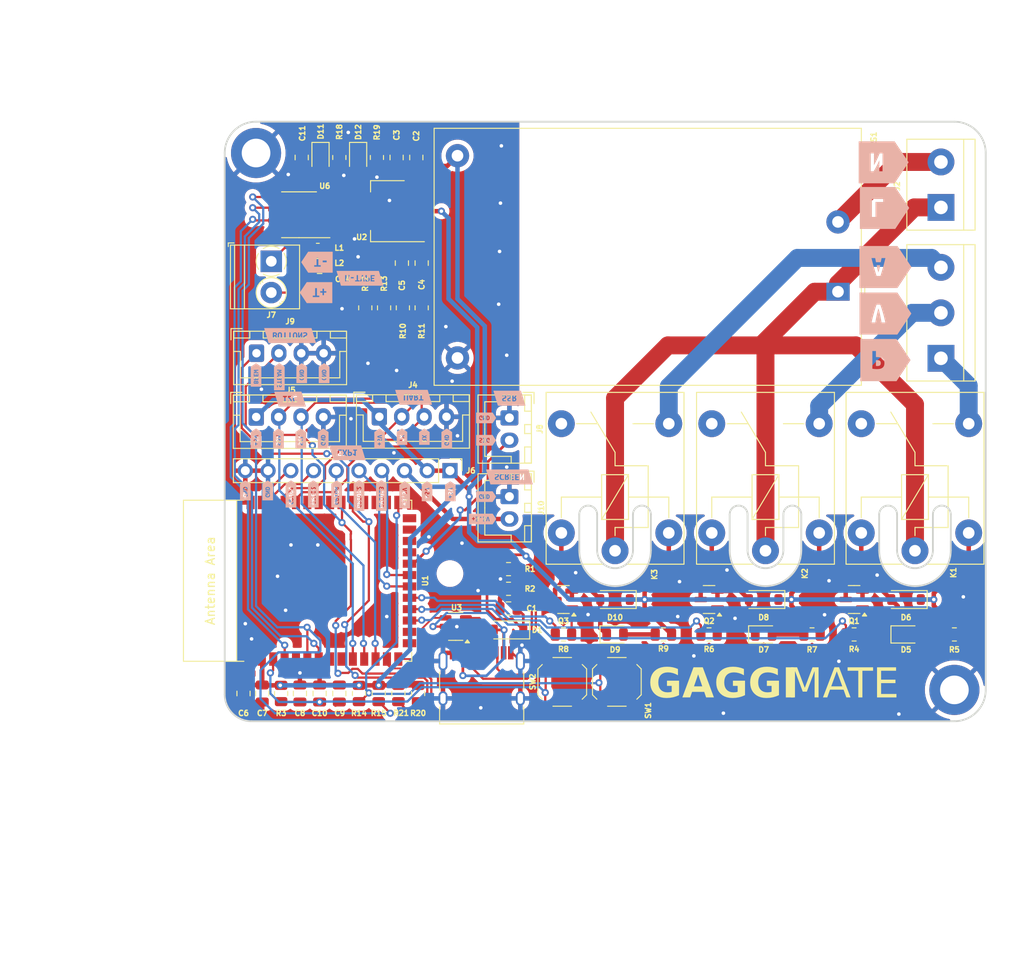
<source format=kicad_pcb>
(kicad_pcb (version 20240108) (generator "pcbnew") (generator_version "8.0")
  (layers (0 "F.Cu" signal) (31 "B.Cu" signal) (34 "B.Paste" user) (35 "F.Paste" user) (36 "B.SilkS" user "B.Silkscreen") (37 "F.SilkS" user "F.Silkscreen") (38 "B.Mask" user) (39 "F.Mask" user) (44 "Edge.Cuts" user))
  (net 0 "")
  (net 1 "+5V")
  (net 2 "Net-(D1-A)")
  (net 3 "GND")
  (net 4 "Net-(J1-CC1)")
  (net 5 "/USB_DP")
  (net 7 "Net-(J1-CC2)")
  (net 9 "LINE")
  (net 10 "NEUT")
  (net 11 "/LINE_PUMP")
  (net 12 "/LINE_VALVE")
  (net 13 "/LINE_GRINDER")
  (net 15 "+3.3V")
  (net 16 "/CHIP_PU")
  (net 17 "/SPI_MISO")
  (net 18 "/SPI_MOSI")
  (net 19 "/SPI_CLK")
  (net 20 "/MAX_CS")
  (net 21 "/SCL")
  (net 22 "/SDA")
  (net 23 "/RELAY_PUMP")
  (net 26 "/RELAY_VALVE")
  (net 27 "/RELAY_GRINDER")
  (net 28 "/GPIO12")
  (net 29 "/GPIO13")
  (net 30 "/SSR")
  (net 31 "/GPIO41")
  (net 32 "/GPIO42")
  (net 33 "/GPIO47")
  (net 35 "/BOOT")
  (net 39 "/GPIO48")
  (net 40 "/GPIO21")
  (net 41 "/GPIO40")
  (net 42 "/UART_RX0")
  (net 43 "/UART_TX0")
  (net 44 "/GPIO2")
  (net 45 "/GPIO1")
  (net 46 "Net-(D5-A)")
  (net 47 "Net-(D7-A)")
  (net 48 "Net-(D9-A)")
  (net 49 "Net-(D5-K)")
  (net 50 "Net-(D10-A)")
  (net 51 "Net-(Q1-B)")
  (net 52 "Net-(Q2-B)")
  (net 53 "Net-(Q3-B)")
  (net 56 "/USB_DN")
  (net 57 "/GPIO8")
  (net 58 "Net-(J7-Pin_1)")
  (net 59 "Net-(J7-Pin_2)")
  (net 60 "Net-(U6-T+)")
  (net 61 "Net-(U6-T-)")
  (net 62 "Net-(D11-K)")
  (net 63 "Net-(D12-K)")
  (net 64 "Net-(D7-K)")
  (net 65 "/BTN_BREW")
  (net 66 "/BTN_STEAM")
  (net 67 "/GPIO16")
  (net 68 "/GPIO15")
  (net 69 "/USB_UF_DP")
  (net 70 "/USB_UF_DN")
  (footprint "MountingHole:MountingHole_2.5mm" (layer "F.Cu") (at 186.86 76.6)
    (property "Reference" "REF**" (hide yes))
    (property "Value" "MountingHole_2.5mm" (hide yes))
  )
  (footprint "Button_Switch_SMD:SW_SPST_SKQG_WithStem" (layer "F.Cu") (at 205.5 88.7 -90)
    (property "Reference" "SW1")
    (property "Value" "SW_Push" (hide yes))
  )
  (footprint "Connector_JST:JST_XH_B2B-XH-A_1x02_P2.50mm_Vertical" (layer "F.Cu") (at 193.5 68 -90)
    (property "Reference" "J10")
    (property "Value" "Conn_01x02" (hide yes))
  )
  (footprint "Capacitor_SMD:C_0805_2012Metric" (layer "F.Cu") (at 180.9 30.1 90)
    (property "Reference" "C3")
    (property "Value" "0.1uF" (hide yes))
  )
  (footprint "Package_TO_SOT_SMD:SOT-23" (layer "F.Cu") (at 199.5375 79.5 180)
    (property "Reference" "Q3")
    (property "Value" "MMBT2222A" (hide yes))
  )
  (footprint "PCM_Espressif:ESP32-S3-WROOM-1" (layer "F.Cu") (at 172.84 77.4 90)
    (property "Reference" "U1")
    (property "Value" "ESP32-S3-WROOM-1" (hide yes))
  )
  (footprint "Relay_THT:Relay_SPDT_Finder_36.11" (layer "F.Cu") (at 238.8 74.05 90)
    (property "Reference" "K1")
    (property "Value" "Relay_SPDT" (hide yes))
  )
  (footprint "Button_Switch_SMD:SW_SPST_SKQG_WithStem" (layer "F.Cu") (at 199.4 88.7 -90)
    (property "Reference" "SW2")
    (property "Value" "SW_Push" (hide yes))
  )
  (footprint "Resistor_SMD:R_0805_2012Metric" (layer "F.Cu") (at 181.6 46.9 -90)
    (property "Reference" "R10")
    (property "Value" "10K" (hide yes))
  )
  (footprint "Resistor_SMD:R_0805_2012Metric" (layer "F.Cu") (at 177.4 46.9 -90)
    (property "Reference" "R12")
    (property "Value" "10K" (hide yes))
  )
  (footprint "LED_SMD:LED_0805_2012Metric" (layer "F.Cu") (at 176.6 30.1 -90)
    (property "Reference" "D12")
    (property "Value" "LED" (hide yes))
  )
  (footprint "LED_SMD:LED_0805_2012Metric" (layer "F.Cu") (at 237.8 83.4)
    (property "Reference" "D5")
    (property "Value" "LED" (hide yes))
  )
  (footprint "Capacitor_SMD:C_0805_2012Metric" (layer "F.Cu") (at 170.3 30.1 90)
    (property "Reference" "C11")
    (property "Value" "1uF" (hide yes))
  )
  (footprint "Connector_JST:JST_XH_B4B-XH-A_1x04_P2.50mm_Vertical" (layer "F.Cu") (at 165.25 51.975)
    (property "Reference" "J9")
    (property "Value" "Conn_01x04" (hide yes))
  )
  (footprint "Package_TO_SOT_SMD:SOT-23-6" (layer "F.Cu") (at 187.5 82.5 180)
    (property "Reference" "U3")
    (property "Value" "USBLC6-2SC6" (hide yes))
  )
  (footprint "TerminalBlock:TerminalBlock_bornier-3_P5.08mm" (layer "F.Cu") (at 241.7 52.54 90)
    (property "Reference" "J3")
    (property "Value" "Conn_01x03" (hide yes))
  )
  (footprint "Relay_THT:Relay_SPDT_Finder_36.11" (layer "F.Cu") (at 205.3 74.05 90)
    (property "Reference" "K3")
    (property "Value" "Relay_SPDT" (hide yes))
  )
  (footprint "Resistor_SMD:R_0805_2012Metric" (layer "F.Cu") (at 210.7 83.4)
    (property "Reference" "R9")
    (property "Value" "150R" (hide yes))
  )
  (footprint "Package_TO_SOT_SMD:SOT-23" (layer "F.Cu") (at 215.8 79.5 180)
    (property "Reference" "Q2")
    (property "Value" "MMBT2222A" (hide yes))
  )
  (footprint "MountingHole:MountingHole_3.2mm_M3_DIN965_Pad_TopBottom" (layer "F.Cu") (at 165.2 29.6)
    (property "Reference" "H1" (hide yes))
    (property "Value" "MountingHole_Pad" (hide yes))
  )
  (footprint "Diode_SMD:D_SOD-123" (layer "F.Cu") (at 193.4 82.9 180)
    (property "Reference" "D1")
    (property "Value" "1N5819" (hide yes))
  )
  (footprint "Capacitor_SMD:C_0805_2012Metric" (layer "F.Cu") (at 174.5 90 90)
    (property "Reference" "C9")
    (property "Value" "0.1uF" (hide yes))
  )
  (footprint "Resistor_SMD:R_0805_2012Metric" (layer "F.Cu") (at 178.7 30.1 -90)
    (property "Reference" "R19")
    (property "Value" "150R" (hide yes))
  )
  (footprint "Resistor_SMD:R_0805_2012Metric" (layer "F.Cu") (at 227.3 83.4)
    (property "Reference" "R7")
    (property "Value" "150R" (hide yes))
  )
  (footprint "Resistor_SMD:R_0805_2012Metric" (layer "F.Cu") (at 232 83.4 180)
    (property "Reference" "R4")
    (property "Value" "1K" (hide yes))
  )
  (footprint "Resistor_SMD:R_0805_2012Metric" (layer "F.Cu") (at 199.5375 83.4 180)
    (property "Reference" "R8")
    (property "Value" "1K" (hide yes))
  )
  (footprint "Resistor_SMD:R_0805_2012Metric" (layer "F.Cu") (at 178.9 90 -90)
    (property "Reference" "R15")
    (property "Value" "10K" (hide yes))
  )
  (footprint "TerminalBlock_Phoenix:TerminalBlock_Phoenix_PT-1,5-2-3.5-H_1x02_P3.50mm_Horizontal" (layer "F.Cu") (at 166.9 41.7 -90)
    (property "Reference" "J7")
    (property "Value" "Conn_01x02" (hide yes))
  )
  (footprint "Diode_SMD:D_SOD-123" (layer "F.Cu") (at 221.9 79.5 180)
    (property "Reference" "D8")
    (property "Value" "1N4148W" (hide yes))
  )
  (footprint "Package_SO:SOIC-8_3.9x4.9mm_P1.27mm" (layer "F.Cu") (at 170 36.5 180)
    (property "Reference" "U6")
    (property "Value" "MAX31855EASA" (hide yes))
  )
  (footprint "Connector_JST:JST_XH_B4B-XH-A_1x04_P2.50mm_Vertical" (layer "F.Cu") (at 178.97 59.075)
    (property "Reference" "J4")
    (property "Value" "Conn_01x04" (hide yes))
  )
  (footprint "Resistor_SMD:R_0805_2012Metric" (layer "F.Cu") (at 176.7 90 -90)
    (property "Reference" "R14")
    (property "Value" "10K" (hide yes))
  )
  (footprint "LED_SMD:LED_0805_2012Metric" (layer "F.Cu") (at 172.4 30.1 -90)
    (property "Reference" "D11")
    (property "Value" "LED" (hide yes))
  )
  (footprint "Capacitor_SMD:C_0805_2012Metric" (layer "F.Cu") (at 172.3 90 90)
    (property "Reference" "C10")
    (property "Value" "0.1uF" (hide yes))
  )
  (footprint "MountingHole:MountingHole_3.2mm_M3_DIN965_Pad_TopBottom" (layer "F.Cu") (at 243.2 89.6)
    (property "Reference" "H1" (hide yes))
    (property "Value" "MountingHole_Pad" (hide yes))
  )
  (footprint "Package_TO_SOT_SMD:SOT-23" (layer "F.Cu") (at 232 79.5 180)
    (property "Reference" "Q1")
    (property "Value" "MMBT2222A" (hide yes))
  )
  (footprint "Resistor_SMD:R_0805_2012Metric" (layer "F.Cu") (at 215.8 83.4 180)
    (property "Reference" "R6")
    (property "Value" "1K" (hide yes))
  )
  (footprint "Capacitor_SMD:C_0805_2012Metric" (layer "F.Cu") (at 193.4 80.5 180)
    (property "Reference" "C1")
    (property "Value" "10uF" (hide yes))
  )
  (footprint "Diode_SMD:D_SOD-123" (layer "F.Cu") (at 205.3 79.5 180)
    (property "Reference" "D10")
    (property "Value" "1N4148W" (hide yes))
  )
  (footprint "Connector_USB:USB_C_Receptacle_HRO_TYPE-C-31-M-12" (layer "F.Cu") (at 190.4 89.5)
    (property "Reference" "J1" (hide yes))
    (property "Value" "USB_C_Receptacle" (hide yes))
  )
  (footprint "Capacitor_SMD:C_0805_2012Metric" (layer "F.Cu") (at 163.8 90 -90)
    (property "Reference" "C6")
    (property "Value" "10uF" (hide yes))
  )
  (footprint "Resistor_SMD:R_0805_2012Metric" (layer "F.Cu") (at 179.5 46.9 -90)
    (property "Reference" "R13")
    (property "Value" "10K" (hide yes))
  )
  (footprint "Converter_ACDC:Converter_ACDC_HiLink_HLK-10Mxx" (layer "F.Cu") (at 230.2 45.1 180)
    (property "Reference" "PS1")
    (property "Value" "HLK-10M05" (hide yes))
  )
  (footprint "Capacitor_SMD:C_0805_2012Metric" (layer "F.Cu") (at 183.7 41.9 -90)
    (property "Reference" "C4")
    (property "Value" "22uF" (hide yes))
  )
  (footprint "Resistor_SMD:R_0805_2012Metric" (layer "F.Cu") (at 193.4 76.1)
    (property "Reference" "R1")
    (property "Value" "5.1K" (hide yes))
  )
  (footprint "Inductor_SMD:L_0603_1608Metric" (layer "F.Cu") (at 172.1 41.9)
    (property "Reference" "L2")
    (property "Value" "470R" (hide yes))
  )
  (footprint "Resistor_SMD:R_0805_2012Metric" (layer "F.Cu") (at 183.7 46.9 -90)
    (property "Reference" "R11")
    (property "Value" "10K" (hide yes))
  )
  (footprint "Connector_JST:JST_XH_B2B-XH-A_1x02_P2.50mm_Vertical" (layer "F.Cu") (at 193.5 59.2 -90)
    (property "Reference" "J8")
    (property "Value" "Conn_01x02" (hide yes))
  )
  (footprint "Resistor_SMD:R_0805_2012Metric" (layer "F.Cu") (at 181.1 90 -90)
    (property "Reference" "R21")
    (property "Value" "10K" (hide yes))
  )
  (footprint "Resistor_SMD:R_0805_2012Metric" (layer "F.Cu") (at 183.3 90.0125 -90)
    (property "Reference" "R20")
    (property "Value" "10K" (hide yes))
  )
  (footprint "Resistor_SMD:R_0805_2012Metric" (layer "F.Cu") (at 193.4 78.3)
    (property "Reference" "R2")
    (property "Value" "5.1K" (hide yes))
  )
  (footprint "Connector_PinHeader_2.54mm:PinHeader_1x10_P2.54mm_Vertical" (layer "F.Cu") (at 186.86 65.1 -90)
    (property "Reference" "J6")
    (property "Value" "Conn_01x10" (hide yes))
  )
  (footprint "Capacitor_SMD:C_0805_2012Metric" (layer "F.Cu") (at 183.1 30.1 90)
    (property "Reference" "C2")
    (property "Value" "10uF" (hide yes))
  )
  (footprint "Capacitor_SMD:C_0805_2012Metric" (layer "F.Cu") (at 170.1 90 90)
    (property "Reference" "C8")
    (property "Value" "1uF" (hide yes))
  )
  (footprint "LED_SMD:LED_0805_2012Metric" (layer "F.Cu") (at 221.9 83.4)
    (property "Reference" "D7")
    (property "Value" "LED" (hide yes))
  )
  (footprint "TerminalBlock:TerminalBlock_bornier-2_P5.08mm" (layer "F.Cu") (at 241.7 35.68 90)
    (property "Reference" "J2")
    (property "Value" "Conn_01x02" (hide yes))
  )
  (footprint "Capacitor_SMD:C_0805_2012Metric" (layer "F.Cu") (at 181.49 41.9 -90)
    (property "Reference" "C5")
    (property "Value" "0.1uF" (hide yes))
  )
  (footprint "Connector_JST:JST_XH_B4B-XH-A_1x04_P2.50mm_Vertical" (layer "F.Cu") (at 165.22 59.1)
    (property "Reference" "J5")
    (property "Value" "Conn_01x04" (hide yes))
  )
  (footprint "Capacitor_SMD:C_0805_2012Metric" (layer "F.Cu") (at 165.89 90 -90)
    (property "Reference" "C7")
    (property "Value" "0.1uF" (hide yes))
  )
  (footprint "Package_TO_SOT_SMD:SOT-223-3_TabPin2" (layer "F.Cu") (at 179.9 36.1 180)
    (property "Reference" "U2")
    (property "Value" "AMS1117-3.3" (hide yes))
  )
  (footprint "Resistor_SMD:R_0805_2012Metric" (layer "F.Cu") (at 243.2 83.4)
    (property "Reference" "R5")
    (property "Value" "150R" (hide yes))
  )
  (footprint "Relay_THT:Relay_SPDT_Finder_36.11" (layer "F.Cu") (at 222.1 74.05 90)
    (property "Reference" "K2")
    (property "Value" "Relay_SPDT" (hide yes))
  )
  (footprint "LED_SMD:LED_0805_2012Metric" (layer "F.Cu") (at 205.3 83.4)
    (property "Reference" "D9")
    (property "Value" "LED" (hide yes))
  )
  (footprint "Resistor_SMD:R_0805_2012Metric" (layer "F.Cu") (at 168 90 -90)
    (property "Reference" "R3")
    (property "Value" "10K" (hide yes))
  )
  (footprint "Diode_SMD:D_SOD-123" (layer "F.Cu") (at 237.8 79.5 180)
    (property "Reference" "D6")
    (property "Value" "1N4148W" (hide yes))
  )
  (footprint "Inductor_SMD:L_0603_1608Metric" (layer "F.Cu") (at 172.1 40.2)
    (property "Reference" "L1")
    (property "Value" "470R" (hide yes))
  )
  (footprint "Resistor_SMD:R_0805_2012Metric" (layer "F.Cu") (at 174.5 30.1 -90)
    (property "Reference" "R18")
    (property "Value" "68R" (hide yes))
  )
  (footprint "Capacitor_SMD:C_0805_2012Metric" (layer "F.Cu") (at 172.3 43.8)
    (property "Reference" "C14")
    (property "Value" "10nF" (hide yes))
  )
  (footprint "kibuzzard-6732266F" (layer "B.Cu") (at 169.1 67.7 90)
    (property "Reference" "kibuzzard-6732266F" (hide yes))
    (property "Value" "G***" (hide yes))
  )
  (footprint "kibuzzard-67322650" (layer "B.Cu") (at 186.9 67.4 90)
    (property "Reference" "kibuzzard-67322650" (hide yes))
    (property "Value" "G***" (hide yes))
  )
  (footprint "kibuzzard-67322749" (layer "B.Cu") (at 193.5 65.8)
    (property "Reference" "kibuzzard-67322749" (hide yes))
    (property "Value" "G***" (hide yes))
  )
  (footprint "kibuzzard-6735A9FB" (layer "B.Cu") (at 235.3 30.64)
    (property "Reference" "kibuzzard-6735A9FB" (hide yes))
    (property "Value" "G***" (hide yes))
  )
  (footprint "kibuzzard-67322681" (layer "B.Cu") (at 171.6 67.7 90)
    (property "Reference" "kibuzzard-67322681" (hide yes))
    (property "Value" "G***" (hide yes))
  )
  (footprint "kibuzzard-6732279D" (layer "B.Cu") (at 235.5 52.74)
    (property "Reference" "kibuzzard-6732279D" (hide yes))
    (property "Value" "G***" (hide yes))
  )
  (footprint "kibuzzard-67322755" (layer "B.Cu") (at 169 57.1)
    (property "Reference" "kibuzzard-67322755" (hide yes))
    (property "Value" "G***" (hide yes))
  )
  (footprint "kibuzzard-6735A9F6" (layer "B.Cu") (at 235.4 35.74)
    (property "Reference" "kibuzzard-6735A9F6" (hide yes))
    (property "Value" "G***" (hide yes))
  )
  (footprint "kibuzzard-673226D2" (layer "B.Cu") (at 190.9 61.7)
    (property "Reference" "kibuzzard-673226D2" (hide yes))
    (property "Value" "G***" (hide yes))
  )
  (footprint "kibuzzard-67322649" (layer "B.Cu") (at 166.5 67.3 90)
    (property "Reference" "kibuzzard-67322649" (hide yes))
    (property "Value" "G***" (hide yes))
  )
  (footprint "kibuzzard-6732270D" (layer "B.Cu") (at 181.5 61.3 90)
    (property "Reference" "kibuzzard-6732270D" (hide yes))
    (property "Value" "G***" (hide yes))
  )
  (footprint "kibuzzard-67322649" (layer "B.Cu") (at 172.8 54.2 90)
    (property "Reference" "kibuzzard-67322649" (hide yes))
    (property "Value" "G***" (hide yes))
  )
  (footprint "kibuzzard-673226BE" (layer "B.Cu") (at 167.8 54.6 90)
    (property "Reference" "kibuzzard-673226BE" (hide yes))
    (property "Value" "G***" (hide yes))
  )
  (footprint "kibuzzard-67322833" (layer "B.Cu") (at 193.5 57)
    (property "Reference" "kibuzzard-67322833" (hide yes))
    (property "Value" "G***" (hide yes))
  )
  (footprint "kibuzzard-67322650" (layer "B.Cu") (at 165.2 61.5 90)
    (property "Reference" "kibuzzard-67322650" (hide yes))
    (property "Value" "G***" (hide yes))
  )
  (footprint "kibuzzard-67322650" (layer "B.Cu") (at 184.3 67.4 90)
    (property "Reference" "kibuzzard-67322650" (hide yes))
    (property "Value" "G***" (hide yes))
  )
  (footprint "kibuzzard-6732277B" (layer "B.Cu") (at 175.4 63.1)
    (property "Reference" "kibuzzard-6732277B" (hide yes))
    (property "Value" "G***" (hide yes))
  )
  (footprint "kibuzzard-67322649" (layer "B.Cu") (at 164 67.3 90)
    (property "Reference" "kibuzzard-67322649" (hide yes))
    (property "Value" "G***" (hide yes))
  )
  (footprint "kibuzzard-67322783" (layer "B.Cu") (at 176.8 43.6)
    (property "Reference" "kibuzzard-67322783" (hide yes))
    (property "Value" "G***" (hide yes))
  )
  (footprint "kibuzzard-67322575" (layer "B.Cu") (at 172 41.8)
    (property "Reference" "kibuzzard-67322575" (hide yes))
    (property "Value" "G***" (hide yes))
  )
  (footprint "kibuzzard-673226A8" (layer "B.Cu") (at 179.2 67.870338 90)
    (property "Reference" "kibuzzard-673226A8" (hide yes))
    (property "Value" "G***" (hide yes))
  )
  (footprint "kibuzzard-67322649" (layer "B.Cu") (at 190.9 59.2)
    (property "Reference" "kibuzzard-67322649" (hide yes))
    (property "Value" "G***" (hide yes))
  )
  (footprint "kibuzzard-67322686" (layer "B.Cu") (at 174.2 67.7 90)
    (property "Reference" "kibuzzard-67322686" (hide yes))
    (property "Value" "G***" (hide yes))
  )
  (footprint "kibuzzard-67322649" (layer "B.Cu") (at 186.5 61.5 90)
    (property "Reference" "kibuzzard-67322649" (hide yes))
    (property "Value" "G***" (hide yes))
  )
  (footprint "kibuzzard-673226A0" (layer "B.Cu") (at 176.7 67.870338 90)
    (property "Reference" "kibuzzard-673226A0" (hide yes))
    (property "Value" "G***" (hide yes))
  )
  (footprint "kibuzzard-67322714" (layer "B.Cu") (at 184 61.3 90)
    (property "Reference" "kibuzzard-67322714" (hide yes))
    (property "Value" "G***" (hide yes))
  )
  (footprint "kibuzzard-67322649" (layer "B.Cu") (at 190.9 68)
    (property "Reference" "kibuzzard-67322649" (hide yes))
    (property "Value" "G***" (hide yes))
  )
  (footprint "kibuzzard-67322768" (layer "B.Cu") (at 169 50)
    (property "Reference" "kibuzzard-67322768" (hide yes))
    (property "Value" "G***" (hide yes))
  )
  (footprint "kibuzzard-6732257B" (layer "B.Cu") (at 171.9 45.2)
    (property "Reference" "kibuzzard-6732257B" (hide yes))
    (property "Value" "G***" (hide yes))
  )
  (footprint "kibuzzard-67411A55" (layer "B.Cu") (at 235.5 42.34)
    (property "Reference" "kibuzzard-67411A55" (hide yes))
    (property "Value" "G***" (hide yes))
  )
  (footprint "kibuzzard-673226B7" (layer "B.Cu") (at 165.2 54.4 90)
    (property "Reference" "kibuzzard-673226B7" (hide yes))
    (property "Value" "G***" (hide yes))
  )
  (footprint "kibuzzard-673226AF" (layer "B.Cu") (at 190.5 70.5)
    (property "Reference" "kibuzzard-673226AF" (hide yes))
    (property "Value" "G***" (hide yes))
  )
  (footprint "kibuzzard-673226AF" (layer "B.Cu") (at 181.8 67.8 90)
    (property "Reference" "kibuzzard-673226AF" (hide yes))
    (property "Value" "G***" (hide yes))
  )
  (footprint "kibuzzard-6732261A" (layer "B.Cu") (at 170.2 61.5 90)
    (property "Reference" "kibuzzard-6732261A" (hide yes))
    (property "Value" "G***" (hide yes))
  )
  (footprint "kibuzzard-6732274F" (layer "B.Cu") (at 182.8 56.9)
    (property "Reference" "kibuzzard-6732274F" (hide yes))
    (property "Value" "G***" (hide yes))
  )
  (footprint "kibuzzard-67322655" (layer "B.Cu") (at 167.7 61.5 90)
    (property "Reference" "kibuzzard-67322655" (hide yes))
    (property "Value" "G***" (hide yes))
  )
  (footprint "kibuzzard-67322649" (layer "B.Cu") (at 172.7 61.5 90)
    (property "Reference" "kibuzzard-67322649" (hide yes))
    (property "Value" "G***" (hide yes))
  )
  (footprint "kibuzzard-67322650" (layer "B.Cu") (at 179 61.5 90)
    (property "Reference" "kibuzzard-67322650" (hide yes))
    (property "Value" "G***" (hide yes))
  )
  (footprint "kibuzzard-6732278E" (layer "B.Cu") (at 235.5 47.54)
    (property "Reference" "kibuzzard-6732278E" (hide yes))
    (property "Value" "G***" (hide yes))
  )
  (footprint "kibuzzard-67322649" (layer "B.Cu") (at 170.3 54.2 90)
    (property "Reference" "kibuzzard-67322649" (hide yes))
    (property "Value" "G***" (hide yes))
  )
  (gr_arc (start 234.8 70) (mid 235.092893 69.292893) (end 235.8 69) (stroke (width 0.2)) (layer "Edge.Cuts"))
  (gr_arc (start 207.3 74) (mid 205.3 76) (end 203.3 74) (stroke (width 0.2)) (layer "Edge.Cuts"))
  (gr_line (start 218.1 70) (end 218.1 74) (stroke (width 0.2)) (layer "Edge.Cuts"))
  (gr_arc (start 246.7 89.6) (mid 245.674874 92.074873) (end 243.2 93.1) (stroke (width 0.2)) (layer "Edge.Cuts"))
  (gr_arc (start 241.8 69) (mid 242.507107 69.292893) (end 242.8 70) (stroke (width 0.2)) (layer "Edge.Cuts"))
  (gr_arc (start 207.3 70) (mid 207.592893 69.292893) (end 208.3 69) (stroke (width 0.2)) (layer "Edge.Cuts"))
  (gr_line (start 161.7 29.6) (end 161.7 90.1) (stroke (width 0.2)) (layer "Edge.Cuts"))
  (gr_line (start 220.1 74) (end 220.1 70) (stroke (width 0.2)) (layer "Edge.Cuts"))
  (gr_arc (start 164.7 93.1) (mid 162.578679 92.221321) (end 161.7 90.1) (stroke (width 0.2)) (layer "Edge.Cuts"))
  (gr_arc (start 202.3 69) (mid 203.007107 69.292893) (end 203.3 70) (stroke (width 0.2)) (layer "Edge.Cuts"))
  (gr_arc (start 240.8 74) (mid 238.8 76) (end 236.8 74) (stroke (width 0.2)) (layer "Edge.Cuts"))
  (gr_arc (start 201.3 70) (mid 201.592893 69.292893) (end 202.3 69) (stroke (width 0.2)) (layer "Edge.Cuts"))
  (gr_arc (start 226.1 74) (mid 224.928427 76.828427) (end 222.1 78) (stroke (width 0.2)) (layer "Edge.Cuts"))
  (gr_line (start 201.3 70) (end 201.3 74) (stroke (width 0.2)) (layer "Edge.Cuts"))
  (gr_line (start 207.3 74) (end 207.3 70) (stroke (width 0.2)) (layer "Edge.Cuts"))
  (gr_line (start 209.3 74) (end 209.3 70) (stroke (width 0.2)) (layer "Edge.Cuts"))
  (gr_arc (start 205.3 78) (mid 202.471573 76.828427) (end 201.3 74) (stroke (width 0.2)) (layer "Edge.Cuts"))
  (gr_arc (start 222.1 78) (mid 219.271573 76.828427) (end 218.1 74) (stroke (width 0.2)) (layer "Edge.Cuts"))
  (gr_line (start 236.8 74) (end 236.8 70) (stroke (width 0.2)) (layer "Edge.Cuts"))
  (gr_arc (start 242.8 74) (mid 241.628427 76.828427) (end 238.8 78) (stroke (width 0.2)) (layer "Edge.Cuts"))
  (gr_arc (start 238.8 78) (mid 235.971573 76.828427) (end 234.8 74) (stroke (width 0.2)) (layer "Edge.Cuts"))
  (gr_line (start 246.7 89.6) (end 246.7 29.6) (stroke (width 0.2)) (layer "Edge.Cuts"))
  (gr_arc (start 209.3 74) (mid 208.128427 76.828427) (end 205.3 78) (stroke (width 0.2)) (layer "Edge.Cuts"))
  (gr_line (start 240.8 74) (end 240.8 70) (stroke (width 0.2)) (layer "Edge.Cuts"))
  (gr_arc (start 240.8 70) (mid 241.092893 69.292893) (end 241.8 69) (stroke (width 0.2)) (layer "Edge.Cuts"))
  (gr_line (start 164.7 93.1) (end 243.2 93.1) (stroke (width 0.2)) (layer "Edge.Cuts"))
  (gr_arc (start 243.2 26.1) (mid 245.674873 27.125126) (end 246.7 29.6) (stroke (width 0.2)) (layer "Edge.Cuts"))
  (gr_arc (start 208.3 69) (mid 209.007107 69.292893) (end 209.3 70) (stroke (width 0.2)) (layer "Edge.Cuts"))
  (gr_line (start 203.3 74) (end 203.3 70) (stroke (width 0.2)) (layer "Edge.Cuts"))
  (gr_arc (start 235.8 69) (mid 236.507107 69.292893) (end 236.8 70) (stroke (width 0.2)) (layer "Edge.Cuts"))
  (gr_arc (start 219.1 69) (mid 219.807107 69.292893) (end 220.1 70) (stroke (width 0.2)) (layer "Edge.Cuts"))
  (gr_arc (start 224.1 74) (mid 222.1 76) (end 220.1 74) (stroke (width 0.2)) (layer "Edge.Cuts"))
  (gr_line (start 242.8 74) (end 242.8 70) (stroke (width 0.2)) (layer "Edge.Cuts"))
  (gr_arc (start 224.1 70) (mid 224.392893 69.292893) (end 225.1 69) (stroke (width 0.2)) (layer "Edge.Cuts"))
  (gr_line (start 224.1 74) (end 224.1 70) (stroke (width 0.2)) (layer "Edge.Cuts"))
  (gr_line (start 226.1 74) (end 226.1 70) (stroke (width 0.2)) (layer "Edge.Cuts"))
  (gr_arc (start 218.1 70) (mid 218.392893 69.292893) (end 219.1 69) (stroke (width 0.2)) (layer "Edge.Cuts"))
  (gr_arc (start 225.1 69) (mid 225.807107 69.292893) (end 226.1 70) (stroke (width 0.2)) (layer "Edge.Cuts"))
  (gr_arc (start 161.7 29.6) (mid 162.725126 27.125127) (end 165.2 26.1) (stroke (width 0.2)) (layer "Edge.Cuts"))
  (gr_line (start 243.2 26.1) (end 165.2 26.1) (stroke (width 0.2)) (layer "Edge.Cuts"))
  (gr_line (start 234.8 70) (end 234.8 74) (stroke (width 0.2)) (layer "Edge.Cuts"))
  (gr_text "MATE" (at 224.5 91 0) (layer "F.SilkS") (effects (font (size 3.3 3.3) (thickness 0.1875)) (justify left bottom)))
  (gr_text "GAGGI" (at 209 91 0) (layer "F.SilkS") (effects (font (size 3.3 3.3) (thickness 0.75) (bold yes)) (justify left bottom)))
  (segment (start 192 81.7) (end 191 80.7) (width 0.3) (layer "F.Cu") (net 1))
  (segment (start 193.85 81.7) (end 192 81.7) (width 0.3) (layer "F.Cu") (net 1))
  (segment (start 177.3 33.4) (end 180.5 33.4) (width 0.5) (layer "F.Cu") (net 1))
  (segment (start 206.95 79.5) (end 208.6 79.5) (width 0.5) (layer "F.Cu") (net 1))
  (segment (start 211.3 75.9125) (end 211.3 72.05) (width 0.5) (layer "F.Cu") (net 1))
  (segment (start 189 68) (end 189 67.24) (width 0.5) (layer "F.Cu") (net 1))
  (segment (start 195.05 82.9) (end 195.05 81.2) (width 0.3) (layer "F.Cu") (net 1))
  (segment (start 180.5 33.4) (end 180.9 33) (width 0.5) (layer "F.Cu") (net 1))
  (segment (start 223.55 79.5) (end 225 79.5) (width 0.5) (layer "F.Cu") (net 1))
  (segment (start 225 79.5) (end 225 80.1875) (width 0.5) (layer "F.Cu") (net 1))
  (segment (start 192 74.5) (end 195 74.5) (width 0.3) (layer "F.Cu") (net 1))
  (segment (start 225 79.5) (end 225 78.8125) (width 0.5) (layer "F.Cu") (net 1))
  (segment (start 176.6 31.0375) (end 176.6 32.7) (width 0.5) (layer "F.Cu") (net 1))
  (segment (start 191 75.5) (end 192 74.5) (width 0.3) (layer "F.Cu") (net 1))
  (segment (start 208.6 79.5) (end 208.6 78.6125) (width 0.5) (layer "F.Cu") (net 1))
  (segment (start 183.1 31.05) (end 186.55 31.05) (width 0.5) (layer "F.Cu") (net 1))
  (segment (start 195.05 82.9) (end 193.85 81.7) (width 0.3) (layer "F.Cu") (net 1))
  (segment (start 180.9 31.05) (end 183.1 31.05) (width 0.5) (layer "F.Cu") (net 1))
  (segment (start 189 67.24) (end 186.86 65.1) (width 0.5) (layer "F.Cu") (net 1))
  (segment (start 240.9 78.8125) (end 244.8 74.9125) (width 0.5) (layer "F.Cu") (net 1))
  (segment (start 183.05 33.8) (end 183.05 31.1) (width 0.5) (layer "F.Cu") (net 1))
  (segment (start 240.9 79.5) (end 240.9 80.1875) (width 0.5) (layer "F.Cu") (net 1))
  (segment (start 176.6 32.7) (end 177.3 33.4) (width 0.5) (layer "F.Cu") (net 1))
  (segment (start 183.05 31.1) (end 183.1 31.05) (width 0.5) (layer "F.Cu") (net 1))
  (segment (start 239.45 79.5) (end 240.9 79.5) (width 0.5) (layer "F.Cu") (net 1))
  (segment (start 240.9 79.5) (end 240.9 78.8125) (width 0.5) (layer "F.Cu") (net 1))
  (segment (start 195.05 81.2) (end 194.35 80.5) (width 0.3) (layer "F.Cu") (net 1))
  (segment (start 191 80.7) (end 191 75.5) (width 0.3) (layer "F.Cu") (net 1))
  (segment (start 225 80.1875) (end 228.2125 83.4) (width 0.5) (layer "F.Cu") (net 1))
  (segment (start 208.6 80.3875) (end 211.6125 83.4) (width 0.5) (layer "F.Cu") (net 1))
  (segment (start 225 78.8125) (end 228.1 75.7125) (width 0.5) (layer "F.Cu") (net 1))
  (segment (start 240.9 80.1875) (end 244.1125 83.4) (width 0.5) (layer "F.Cu") (net 1))
  (segment (start 208.6 78.6125) (end 211.3 75.9125) (width 0.5) (layer "F.Cu") (net 1))
  (segment (start 208.6 79.5) (end 208.6 80.3875) (width 0.5) (layer "F.Cu") (net 1))
  (segment (start 244.8 74.9125) (end 244.8 72.05) (width 0.5) (layer "F.Cu") (net 1))
  (segment (start 180.9 33) (end 180.9 31.05) (width 0.5) (layer "F.Cu") (net 1))
  (segment (start 228.1 75.7125) (end 228.1 72.55) (width 0.5) (layer "F.Cu") (net 1))
  (segment (start 186.55 31.05) (end 187.7 29.9) (width 0.5) (layer "F.Cu") (net 1))
  (segment (start 184.32 65.1) (end 186.86 65.1) (width 0.5) (layer "F.Cu") (net 1))
  (via (at 225 79.5) (size 0.8) (drill 0.4) (layers "F.Cu" "B.Cu") (net 1))
  (via (at 208.6 79.5) (size 0.8) (drill 0.4) (layers "F.Cu" "B.Cu") (net 1))
  (via (at 195.35 74.65) (size 0.8) (drill 0.4) (layers "F.Cu" "B.Cu") (net 1))
  (via (at 240.9 79.5) (size 0.8) (drill 0.4) (layers "F.Cu" "B.Cu") (net 1))
  (via (at 189 68) (size 0.8) (drill 0.4) (layers "F.Cu" "B.Cu") (net 1))
  (segment (start 178.97 59.75) (end 178.97 59.075) (width 0.5) (layer "B.Cu") (net 1))
  (segment (start 178.97 59.075) (end 177.095 57.2) (width 0.5) (layer "B.Cu") (net 1))
  (segment (start 189 68) (end 189 67.08995) (width 0.5) (layer "B.Cu") (net 1))
  (segment (start 167.12 57.2) (end 165.22 59.1) (width 0.5) (layer "B.Cu") (net 1))
  (segment (start 187.7 45.9) (end 187.7 29.9) (width 0.5) (layer "B.Cu") (net 1))
  (segment (start 200.2 79.5) (end 195.35 74.65) (width 0.5) (layer "B.Cu") (net 1))
  (segment (start 225 79.5) (end 208.6 79.5) (width 0.5) (layer "B.Cu") (net 1))
  (segment (start 195.35 74.65) (end 193.7 73) (width 0.5) (layer "B.Cu") (net 1))
  (segment (start 190.7495 65.1) (end 190.7495 48.9495) (width 0.5) (layer "B.Cu") (net 1))
  (segment (start 189 67.08995) (end 190.7495 65.34045) (width 0.5) (layer "B.Cu") (net 1))
  (segment (start 190 73) (end 189 72) (width 0.5) (layer "B.Cu") (net 1))
  (segment (start 184.32 65.1) (end 178.97 59.75) (width 0.5) (layer "B.Cu") (net 1))
  (segment (start 189 72) (end 189 68) (width 0.5) (layer "B.Cu") (net 1))
  (segment (start 190.7495 48.9495) (end 187.7 45.9) (width 0.5) (layer "B.Cu") (net 1))
  (segment (start 177.095 57.2) (end 167.12 57.2) (width 0.5) (layer "B.Cu") (net 1))
  (segment (start 208.6 79.5) (end 200.2 79.5) (width 0.5) (layer "B.Cu") (net 1))
  (segment (start 190.7495 65.34045) (end 190.7495 65.1) (width 0.5) (layer "B.Cu") (net 1))
  (segment (start 193.7 73) (end 190 73) (width 0.5) (layer "B.Cu") (net 1))
  (segment (start 225 79.5) (end 240.9 79.5) (width 0.5) (layer "B.Cu") (net 1))
  (segment (start 188.3 88) (end 188.3 86.474976) (width 0.3) (layer "F.Cu") (net 2))
  (segment (start 186.343284 82.519216) (end 186.3625 82.5) (width 0.25) (layer "F.Cu") (net 2))
  (segment (start 188.3 86.474976) (end 187.95 86.124976) (width 0.3) (layer "F.Cu") (net 2))
  (segment (start 191.75 82.9) (end 191.7 82.9) (width 0.5) (layer "F.Cu") (net 2))
  (segment (start 192.9 82.9) (end 192.85 82.95) (width 0.3) (layer "F.Cu") (net 2))
  (segment (start 184.960685 82.519216) (end 186.343284 82.519216) (width 0.25) (layer "F.Cu") (net 2))
  (segment (start 187.95 86.124976) (end 187.95 85.455) (width 0.3) (layer "F.Cu") (net 2))
  (segment (start 191.75 82.9) (end 192.9 82.9) (width 0.3) (layer "F.Cu") (net 2))
  (segment (start 192.85 82.95) (end 192.85 85.455) (width 0.3) (layer "F.Cu") (net 2))
  (via (at 192.9 82.9) (size 0.8) (drill 0.4) (layers "F.Cu" "B.Cu") (net 2))
  (via (at 188.3 88) (size 0.8) (drill 0.4) (layers "F.Cu" "B.Cu") (net 2))
  (via (at 184.960685 82.519216) (size 0.8) (drill 0.4) (layers "F.Cu" "B.Cu") (net 2))
  (segment (start 186.479901 81) (end 191 81) (width 0.25) (layer "B.Cu") (net 2))
  (segment (start 188.325 88.025) (end 188.3 88) (width 0.3) (layer "B.Cu") (net 2))
  (segment (start 192.9 86.060661) (end 190.935661 88.025) (width 0.3) (layer "B.Cu") (net 2))
  (segment (start 191 81) (end 192.9 82.9) (width 0.25) (layer "B.Cu") (net 2))
  (segment (start 190.935661 88.025) (end 188.325 88.025) (width 0.3) (layer "B.Cu") (net 2))
  (segment (start 184.960685 82.519216) (end 186.479901 81) (width 0.25) (layer "B.Cu") (net 2))
  (segment (start 192.9 82.9) (end 192.9 86.060661) (width 0.3) (layer "B.Cu") (net 2))
  (segment (start 169.575 89.3375) (end 169.575 89.05) (width 0.25) (layer "F.Cu") (net 3))
  (segment (start 193.805 85.455) (end 194.72 86.37) (width 0.25) (layer "F.Cu") (net 3))
  (segment (start 193.65 85.455) (end 193.805 85.455) (width 0.25) (layer "F.Cu") (net 3))
  (segment (start 187.652212 82.5) (end 187.625 82.527212) (width 0.25) (layer "F.Cu") (net 3))
  (segment (start 188.6375 82.5) (end 187.652212 82.5) (width 0.25) (layer "F.Cu") (net 3))
  (via (at 187.1 55.1) (size 0.8) (drill 0.4) (layers "F.Cu" "B.Cu") (net 3))
  (via (at 187.7 61.2) (size 0.8) (drill 0.4) (layers "F.Cu" "B.Cu") (net 3))
  (via (at 212.5 77.5) (size 0.8) (drill 0.4) (layers "F.Cu" "B.Cu") (net 3))
  (via (at 192.4 40.6) (size 0.8) (drill 0.4) (layers "F.Cu" "B.Cu") (net 3))
  (via (at 186.4 49) (size 0.8) (drill 0.4) (layers "F.Cu" "B.Cu") (net 3))
  (via (at 192.5 35.2) (size 0.8) (drill 0.4) (layers "F.Cu" "B.Cu") (net 3))
  (via (at 229.2 77.4) (size 0.8) (drill 0.4) (layers "F.Cu" "B.Cu") (net 3))
  (via (at 174.8 47) (size 0.8) (drill 0.4) (layers "F.Cu" "B.Cu") (net 3))
  (via (at 193.2 64.7) (size 0.8) (drill 0.4) (layers "F.Cu" "B.Cu") (net 3))
  (via (at 168.5 80.7) (size 0.8) (drill 0.4) (layers "F.Cu" "B.Cu") (net 3))
  (via (at 175.5 27.3) (size 0.8) (drill 0.4) (layers "F.Cu" "B.Cu") (net 3))
  (via (at 179.8 81.4) (size 0.8) (drill 0.4) (layers "F.Cu" "B.Cu") (net 3))
  (via (at 217.4 92.2) (size 0.8) (drill 0.4) (layers "F.Cu" "B.Cu") (net 3))
  (via (at 177.7 53.1) (size 0.8) (drill 0.4) (layers "F.Cu" "B.Cu") (net 3))
  (via (at 165.8 56) (size 0.8) (drill 0.4) (layers "F.Cu" "B.Cu") (net 3))
  (via (at 180.9 53.9) (size 0.8) (drill 0.4) (layers "F.Cu" "B.Cu") (net 3))
  (via (at 175 32.1) (size 0.8) (drill 0.4) (layers "F.Cu" "B.Cu") (net 3))
  (via (at 164.7 83.9) (size 0.8) (drill 0.4) (layers "F.Cu" "B.Cu") (net 3))
  (via (at 192.5 77.2) (size 0.8) (drill 0.4) (layers "F.Cu" "B.Cu") (net 3))
  (via (at 175.8 59.3) (size 0.8) (drill 0.4) (layers "F.Cu" "B.Cu") (net 3))
  (via (at 170.1 87.7) (size 0.8) (drill 0.4) (layers "F.Cu" "B.Cu") (net 3))
  (via (at 180.1 34.9) (size 0.8) (drill 0.4) (layers "F.Cu" "B.Cu") (net 3))
  (via (at 169.1 73.4) (size 0.8) (drill 0.4) (layers "F.Cu" "B.Cu") (net 3))
  (via (at 190 78.5) (size 0.8) (drill 0.4) (layers "F.Cu" "B.Cu") (net 3))
  (via (at 184.5 72.5) (size 0.8) (drill 0.4) (layers "F.Cu" "B.Cu") (net 3))
  (via (at 214.1 85.8) (size 0.8) (drill 0.4) (layers "F.Cu" "B.Cu") (net 3))
  (via (at 200.9 76.5) (size 0.8) (drill 0.4) (layers "F.Cu" "B.Cu") (net 3))
  (via (at 244.2 79.2) (size 0.8) (drill 0.4) (layers "F.Cu" "B.Cu") (net 3))
  (via (at 190.3 91.6) (size 0.8) (drill 0.4) (layers "F.Cu" "B.Cu") (net 3))
  (via (at 187.625 82.527212) (size 0.8) (drill 0.4) (layers "F.Cu" "B.Cu") (net 3))
  (via (at 176.6 41.2) (size 0.8) (drill 0.4) (layers "F.Cu" "B.Cu") (net 3))
  (via (at 202.285192 81.181049) (size 0.8) (drill 0.4) (layers "F.Cu" "B.Cu") (net 3))
  (via (at 180.6 63.1) (size 0.8) (drill 0.4) (layers "F.Cu" "B.Cu") (net 3))
  (via (at 234.572714 76.768037) (size 0.8) (drill 0.4) (layers "F.Cu" "B.Cu") (net 3))
  (via (at 237 92.3) (size 0.8) (drill 0.4) (layers "F.Cu" "B.Cu") (net 3))
  (via (at 168.8 32) (size 0.8) (drill 0.4) (layers "F.Cu" "B.Cu") (net 3))
  (via (at 212.3 81.4) (size 0.8) (drill 0.4) (layers "F.Cu" "B.Cu") (net 3))
  (via (at 218.7 81.6) (size 0.8) (drill 0.4) (layers "F.Cu" "B.Cu") (net 3))
  (via (at 188.2 73.2) (size 0.8) (drill 0.4) (layers "F.Cu" "B.Cu") (net 3))
  (via (at 178.7 32.3) (size 0.8) (drill 0.4) (layers "F.Cu" "B.Cu") (net 3))
  (via (at 230.3 86.4) (size 0.8) (drill 0.4) (layers "F.Cu" "B.Cu") (net 3))
  (via (at 164 82.2) (size 0.8) (drill 0.4) (layers "F.Cu" "B.Cu") (net 3))
  (via (at 192.3 46.5) (size 0.8) (drill 0.4) (layers "F.Cu" "B.Cu") (net 3))
  (via (at 228.7 81.2) (size 0.8) (drill 0.4) (layers "F.Cu" "B.Cu") (net 3))
  (via (at 193.2 52.2) (size 0.8) (drill 0.4) (layers "F.Cu" "B.Cu") (net 3))
  (via (at 194.9 84.6) (size 0.8) (drill 0.4) (layers "F.Cu" "B.Cu") (net 3))
  (via (at 192.6 28.8) (size 0.8) (drill 0.4) (layers "F.Cu" "B.Cu") (net 3))
  (via (at 176.2 39.2) (size 0.8) (drill 0.4) (layers "F.Cu" "B.Cu") (net 3))
  (via (at 217.8 76.2) (size 0.8) (drill 0.4) (layers "F.Cu" "B.Cu") (net 3))
  (via (at 167.6 76.9) (size 0.8) (drill 0.4) (layers "F.Cu" "B.Cu") (net 3))
  (via (at 172.1 73.4) (size 0.8) (drill 0.4) (layers "F.Cu" "B.Cu") (net 3))
  (segment (start 190.55 88.35) (end 189.15 86.95) (width 0.25) (layer "F.Cu") (net 4))
  (segment (start 196.45 78.2375) (end 196.45 87.386396) (width 0.25) (layer "F.Cu") (net 4))
  (segment (start 189.15 86.95) (end 189.15 85.455) (width 0.25) (layer "F.Cu") (net 4))
  (segment (start 194.3125 76.1) (end 196.45 78.2375) (width 0.25) (layer "F.Cu") (net 4))
  (segment (start 195.486396 88.35) (end 190.55 88.35) (width 0.25) (layer "F.Cu") (net 4))
  (segment (start 196.45 87.386396) (end 195.486396 88.35) (width 0.25) (layer "F.Cu") (net 4))
  (segment (start 183.5 82.98995) (end 183.5 83.775235) (width 0.2) (layer "F.Cu") (net 5))
  (segment (start 182.784314 86.15) (end 181.09 86.15) (width 0.2) (layer "F.Cu") (net 5))
  (segment (start 183.5 84.975235) (end 183.5 85.434314) (width 0.2) (layer "F.Cu") (net 5))
  (segment (start 183.933214 84.208449) (end 183.933214 84.375235) (width 0.2) (layer "F.Cu") (net 5))
  (segment (start 184.93995 81.55) (end 183.5 82.98995) (width 0.2) (layer "F.Cu") (net 5))
  (segment (start 186.3625 81.55) (end 184.93995 81.55) (width 0.2) (layer "F.Cu") (net 5))
  (segment (start 183.5 84.808449) (end 183.5 84.975235) (width 0.2) (layer "F.Cu") (net 5))
  (segment (start 183.5 85.434314) (end 182.784314 86.15) (width 0.2) (layer "F.Cu") (net 5))
  (arc (start 183.5 83.775235) (mid 183.563443 83.928399) (end 183.716607 83.991842) (width 0.2) (layer "F.Cu") (net 5))
  (arc (start 183.716607 84.591842) (mid 183.563443 84.655285) (end 183.5 84.808449) (width 0.2) (layer "F.Cu") (net 5))
  (arc (start 183.716607 83.991842) (mid 183.869771 84.055285) (end 183.933214 84.208449) (width 0.2) (layer "F.Cu") (net 5))
  (arc (start 183.933214 84.375235) (mid 183.869771 84.528399) (end 183.716607 84.591842) (width 0.2) (layer "F.Cu") (net 5))
  (segment (start 194.3125 78.3) (end 196 79.9875) (width 0.25) (layer "F.Cu") (net 7))
  (segment (start 192.8 87.9) (end 192.15 87.25) (width 0.25) (layer "F.Cu") (net 7))
  (segment (start 192.15 87.25) (end 192.15 85.455) (width 0.25) (layer "F.Cu") (net 7))
  (segment (start 195.3 87.9) (end 192.8 87.9) (width 0.25) (layer "F.Cu") (net 7))
  (segment (start 196 87.2) (end 195.3 87.9) (width 0.25) (layer "F.Cu") (net 7))
  (segment (start 196 79.9875) (end 196 87.2) (width 0.25) (layer "F.Cu") (net 7))
  (segment (start 230.2 45.1) (end 227.6 45.1) (width 2) (layer "F.Cu") (net 9))
  (segment (start 238.72 35.68) (end 230.2 44.2) (width 2) (layer "F.Cu") (net 9))
  (segment (start 211.2 51.1) (end 205.3 57) (width 2) (layer "F.Cu") (net 9))
  (segment (start 238.8 57.7) (end 232.2 51.1) (width 2) (layer "F.Cu") (net 9))
  (segment (start 230.2 44.2) (end 230.2 45.1) (width 2) (layer "F.Cu") (net 9))
  (segment (start 221.6 51.1) (end 222.1 51.6) (width 2) (layer "F.Cu") (net 9))
  (segment (start 222.1 51.6) (end 222.1 74.05) (width 2) (layer "F.Cu") (net 9))
  (segment (start 238.8 74.05) (end 238.8 57.7) (width 2) (layer "F.Cu") (net 9))
  (segment (start 227.6 45.1) (end 221.6 51.1) (width 2) (layer "F.Cu") (net 9))
  (segment (start 221.6 51.1) (end 211.2 51.1) (width 2) (layer "F.Cu") (net 9))
  (segment (start 241.7 35.68) (end 238.72 35.68) (width 2) (layer "F.Cu") (net 9))
  (segment (start 232.2 51.1) (end 221.6 51.1) (width 2) (layer "F.Cu") (net 9))
  (segment (start 205.3 57) (end 205.3 74.05) (width 2) (layer "F.Cu") (net 9))
  (segment (start 241.7 30.6) (end 236.9 30.6) (width 2) (layer "F.Cu") (net 10))
  (segment (start 236.9 30.6) (end 230.2 37.3) (width 2) (layer "F.Cu") (net 10))
  (segment (start 244.8 55.6) (end 241.74 52.54) (width 2) (layer "B.Cu") (net 11))
  (segment (start 244.8 59.85) (end 244.8 55.6) (width 2) (layer "B.Cu") (net 11))
  (segment (start 241.74 52.54) (end 241.7 52.54) (width 2) (layer "B.Cu") (net 11))
  (segment (start 228.1 59.85) (end 228.1 57.855123) (width 2) (layer "B.Cu") (net 12))
  (segment (start 228.1 57.855123) (end 238.495123 47.46) (width 2) (layer "B.Cu") (net 12))
  (segment (start 238.495123 47.46) (end 241.7 47.46) (width 2) (layer "B.Cu") (net 12))
  (segment (start 211.3 59.85) (end 211.3 55.7) (width 2) (layer "B.Cu") (net 13))
  (segment (start 240.642059 41.322059) (end 241.7 42.38) (width 2) (layer "B.Cu") (net 13))
  (segment (start 225.677941 41.322059) (end 240.642059 41.322059) (width 2) (layer "B.Cu") (net 13))
  (segment (start 211.3 55.7) (end 225.677941 41.322059) (width 2) (layer "B.Cu") (net 13))
  (segment (start 193.5 70.5) (end 187.18 70.5) (width 0.5) (layer "F.Cu") (net 15))
  (segment (start 176.75 36.1) (end 183.05 36.1) (width 0.5) (layer "F.Cu") (net 15))
  (segment (start 176.75 34.25) (end 176.75 36.1) (width 0.5) (layer "F.Cu") (net 15))
  (segment (start 174.3375 33.1375) (end 175.6375 33.1375) (width 0.5) (layer "F.Cu") (net 15))
  (segment (start 177.4 45.9875) (end 183.7 45.9875) (width 0.5) (layer "F.Cu") (net 15))
  (segment (start 163.8 89.05) (end 165.89 89.05) (width 0.5) (layer "F.Cu") (net 15))
  (segment (start 178.9 89.0875) (end 176.7 89.0875) (width 0.5) (layer "F.Cu") (net 15))
  (segment (start 172.4 31.0375) (end 172.4 31.2) (width 0.5) (layer "F.Cu") (net 15))
  (segment (start 187.18 70.5) (end 181.78 65.1) (width 0.5) (layer "F.Cu") (net 15))
  (segment (start 179.5 45.9875) (end 179.5 42.94) (width 0.5) (layer "F.Cu") (net 15))
  (segment (start 175.6375 33.1375) (end 176.75 34.25) (width 0.5) (layer "F.Cu") (net 15))
  (segment (start 185.9 36.1) (end 183.05 36.1) (width 0.5) (layer "F.Cu") (net 15))
  (segment (start 181.49 40.95) (end 183.7 40.95) (width 0.5) (layer "F.Cu") (net 15))
  (segment (start 178.9 89.0875) (end 183.2875 89.0875) (width 0.5) (layer "F.Cu") (net 15))
  (segment (start 170.45 31.0375) (end 172.4 31.0375) (width 0.5) (layer "F.Cu") (net 15))
  (segment (start 172.4 31.2) (end 174.3375 33.1375) (width 0.5) (layer "F.Cu") (net 15))
  (segment (start 181.49 40.84) (end 181.49 40.95) (width 0.5) (layer "F.Cu") (net 15))
  (segment (start 179.5 42.94) (end 181.49 40.95) (width 0.5) (layer "F.Cu") (net 15))
  (segment (start 176.75 36.1) (end 181.49 40.84) (width 0.5) (layer "F.Cu") (net 15))
  (segment (start 165.89 89.05) (end 165.89 86.19) (width 0.5) (layer "F.Cu") (net 15))
  (segment (start 172.475 34.595) (end 170.45 32.57) (width 0.5) (layer "F.Cu") (net 15))
  (segment (start 165.89 86.19) (end 165.85 86.15) (width 0.5) (layer "F.Cu") (net 15))
  (segment (start 165.9275 89.0875) (end 165.89 89.05) (width 0.5) (layer "F.Cu") (net 15))
  (segment (start 168 89.0875) (end 167.9 89.0875) (width 0.5) (layer "F.Cu") (net 15))
  (segment (start 167.9 89.0875) (end 165.9275 89.0875) (width 0.5) (layer "F.Cu") (net 15))
  (segment (start 170.45 32.57) (end 170.45 31.0375) (width 0.5) (layer "F.Cu") (net 15))
  (segment (start 183.2875 89.0875) (end 183.3 89.1) (width 0.5) (layer "F.Cu") (net 15))
  (via (at 176.7 89.0875) (size 0.8) (drill 0.4) (layers "F.Cu" "B.Cu") (net 15))
  (via (at 167.9 89.0875) (size 0.8) (drill 0.4) (layers "F.Cu" "B.Cu") (net 15))
  (via (at 178.9 89.0875) (size 0.8) (drill 0.4) (layers "F.Cu" "B.Cu") (net 15))
  (via (at 185.9 36.1) (size 0.8) (drill 0.4) (layers "F.Cu" "B.Cu") (net 15))
  (segment (start 189.9 65.2) (end 189.9 49.08995) (width 0.5) (layer "B.Cu") (net 15))
  (segment (start 183.58 66.9) (end 188.2 66.9) (width 0.5) (layer "B.Cu") (net 15))
  (segment (start 186.7 45.88995) (end 186.7 36.9) (width 0.5) (layer "B.Cu") (net 15))
  (segment (start 182.4 85.1) (end 182.4 72.7) (width 0.5) (layer "B.Cu") (net 15))
  (segment (start 178.9 88.6) (end 182.4 85.1) (width 0.5) (layer "B.Cu") (net 15))
  (segment (start 188.2 66.9) (end 189.9 65.2) (width 0.5) (layer "B.Cu") (net 15))
  (segment (start 186.7 36.9) (end 185.9 36.1) (width 0.5) (layer "B.Cu") (net 15))
  (segment (start 182.4 72.7) (end 188.2 66.9) (width 0.5) (layer "B.Cu") (net 15))
  (segment (start 168.0125 89.0875) (end 168 89.1) (width 0.5) (layer "B.Cu") (net 15))
  (segment (start 176.7 89.0875) (end 168.0125 89.0875) (width 0.5) (layer "B.Cu") (net 15))
  (segment (start 189.9 49.08995) (end 186.7 45.88995) (width 0.5) (layer "B.Cu") (net 15))
  (segment (start 181.78 65.1) (end 183.58 66.9) (width 0.5) (layer "B.Cu") (net 15))
  (segment (start 178.9 89.0875) (end 178.9 88.6) (width 0.5) (layer "B.Cu") (net 15))
  (segment (start 197.5 89.9) (end 197.5 91.75) (width 0.25) (layer "F.Cu") (net 16))
  (segment (start 197.5 91.75) (end 197.55 91.8) (width 0.25) (layer "F.Cu") (net 16))
  (segment (start 168.0375 90.95) (end 168 90.9125) (width 0.25) (layer "F.Cu") (net 16))
  (segment (start 197.5 89.9) (end 197.2 89.9) (width 0.25) (layer "F.Cu") (net 16))
  (segment (start 197.5 89.9) (end 197.55 89.85) (width 0.25) (layer "F.Cu") (net 16))
  (segment (start 167.1 87.4) (end 167.1 85.55) (width 0.25) (layer "F.Cu") (net 16))
  (segment (start 197.55 89.85) (end 197.55 85.6) (width 0.25) (layer "F.Cu") (net 16))
  (segment (start 172.3 90.95) (end 168.0375 90.95) (width 0.25) (layer "F.Cu") (net 16))
  (segment (start 166.8 87.7) (end 167.1 87.4) (width 0.25) (layer "F.Cu") (net 16))
  (segment (start 167.12 86.15) (end 167.12 86.82) (width 0.25) (layer "F.Cu") (net 16))
  (via (at 172.3 90.95) (size 0.8) (drill 0.4) (layers "F.Cu" "B.Cu") (net 16))
  (via (at 166.8 87.7) (size 0.8) (drill 0.4) (layers "F.Cu" "B.Cu") (net 16))
  (via (at 197.5 89.9) (size 0.8) (drill 0.4) (layers "F.Cu" "B.Cu") (net 16))
  (segment (start 172.35 90.9) (end 172.3 90.95) (width 0.25) (layer "B.Cu") (net 16))
  (segment (start 167.75 90.95) (end 172.3 90.95) (width 0.25) (layer "B.Cu") (net 16))
  (segment (start 196.9 89.3) (end 183.7 89.3) (width 0.25) (layer "B.Cu") (net 16))
  (segment (start 183.7 89.3) (end 182.1 90.9) (width 0.25) (layer "B.Cu") (net 16))
  (segment (start 166.8 90) (end 167.75 90.95) (width 0.25) (layer "B.Cu") (net 16))
  (segment (start 172.3 90.95) (end 172.25 90.9) (width 0.25) (layer "B.Cu") (net 16))
  (segment (start 166.8 87.7) (end 166.8 90) (width 0.25) (layer "B.Cu") (net 16))
  (segment (start 197.5 89.9) (end 196.9 89.3) (width 0.25) (layer "B.Cu") (net 16))
  (segment (start 182.1 90.9) (end 172.35 90.9) (width 0.25) (layer "B.Cu") (net 16))
  (segment (start 168.4 86.14) (end 168.39 86.15) (width 0.25) (layer "F.Cu") (net 17))
  (segment (start 164.89 37.048299) (end 164.925 37.013299) (width 0.25) (layer "F.Cu") (net 17))
  (segment (start 164.86 37.048299) (end 164.89 37.048299) (width 0.25) (layer "F.Cu") (net 17))
  (segment (start 168.4 84.6) (end 168.4 86.14) (width 0.25) (layer "F.Cu") (net 17))
  (segment (start 164.946701 37.135) (end 164.825 37.013299) (width 0.25) (layer "F.Cu") (net 17))
  (segment (start 164.825 37.013299) (end 164.86 37.048299) (width 0.25) (layer "F.Cu") (net 17))
  (segment (start 167.525 37.135) (end 164.946701 37.135) (width 0.25) (layer "F.Cu") (net 17))
  (via (at 168.4 84.6) (size 0.8) (drill 0.4) (layers "F.Cu" "B.Cu") (net 17))
  (via (at 164.825 37.013299) (size 0.8) (drill 0.4) (layers "F.Cu" "B.Cu") (net 17))
  (segment (start 168.3 84.6) (end 168.4 84.6) (width 0.25) (layer "B.Cu") (net 17))
  (segment (start 163.5 43.927208) (end 163.5 38.338299) (width 0.25) (layer "B.Cu") (net 17))
  (segment (start 164.3 80.6) (end 164.3 67.736396) (width 0.25) (layer "B.Cu") (net 17))
  (segment (start 162.8 44.627208) (end 163.5 43.927208) (width 0.25) (layer "B.Cu") (net 17))
  (segment (start 168.3 84.6) (end 164.3 80.6) (width 0.25) (layer "B.Cu") (net 17))
  (segment (start 162.375 60.225) (end 162.8 59.8) (width 0.25) (layer "B.Cu") (net 17))
  (segment (start 168.4 84.7) (end 168.3 84.6) (width 0.25) (layer "B.Cu") (net 17))
  (segment (start 162.375 65.811396) (end 162.375 60.225) (width 0.25) (layer "B.Cu") (net 17))
  (segment (start 162.8 59.8) (end 162.8 44.627208) (width 0.25) (layer "B.Cu") (net 17))
  (segment (start 163.5 38.338299) (end 164.825 37.013299) (width 0.25) (layer "B.Cu") (net 17))
  (segment (start 168.4 84.6) (end 168.4 84.7) (width 0.25) (layer "B.Cu") (net 17))
  (segment (start 164.3 67.736396) (end 162.375 65.811396) (width 0.25) (layer "B.Cu") (net 17))
  (segment (start 164.825 34.513299) (end 164.825 34.413299) (width 0.25) (layer "F.Cu") (net 19))
  (segment (start 167.525 34.595) (end 167.443299 34.513299) (width 0.25) (layer "F.Cu") (net 19))
  (segment (start 180.19375 92.20625) (end 180.2875 92.3) (width 0.25) (layer "F.Cu") (net 19))
  (segment (start 180.2875 92.3) (end 180.4 92.3) (width 0.25) (layer "F.Cu") (net 19))
  (segment (start 170.9 82.6) (end 170.93 82.63) (width 0.25) (layer "F.Cu") (net 19))
  (segment (start 170.93 82.63) (end 170.93 86.15) (width 0.25) (layer "F.Cu") (net 19))
  (segment (start 178.9 90.9125) (end 180.19375 92.20625) (width 0.25) (layer "F.Cu") (net 19))
  (segment (start 167.443299 34.513299) (end 164.825 34.513299) (width 0.25) (layer "F.Cu") (net 19))
  (segment (start 164.825 34.413299) (end 164.825 34.413299) (width 0.25) (layer "F.Cu") (net 19))
  (via (at 170.9 82.6) (size 0.8) (drill 0.4) (layers "F.Cu" "B.Cu") (net 19))
  (via (at 164.825 34.513299) (size 0.8) (drill 0.4) (layers "F.Cu" "B.Cu") (net 19))
  (via (at 180.19375 92.20625) (size 0.8) (drill 0.4) (layers "F.Cu" "B.Cu") (net 19))
  (segment (start 180.19375 92.20625) (end 167.30625 92.20625) (width 0.25) (layer "B.Cu") (net 19))
  (segment (start 165.7 90.6) (end 165.7 87.4) (width 0.25) (layer "B.Cu") (net 19))
  (segment (start 164.4 44.3) (end 164.4 39.1) (width 0.25) (layer "B.Cu") (net 19))
  (segment (start 163.7 59.8) (end 163.7 45) (width 0.25) (layer "B.Cu") (net 19))
  (segment (start 172.38 85.245305) (end 172.38 84.08) (width 0.25) (layer "B.Cu") (net 19))
  (segment (start 167.572792 82.6) (end 165.2 80.227208) (width 0.25) (layer "B.Cu") (net 19))
  (segment (start 165.2 80.227208) (end 165.2 61.3) (width 0.25) (layer "B.Cu") (net 19))
  (segment (start 165.2 61.3) (end 163.7 59.8) (width 0.25) (layer "B.Cu") (net 19))
  (segment (start 172.38 84.08) (end 170.9 82.6) (width 0.25) (layer "B.Cu") (net 19))
  (segment (start 164.4 39.1) (end 166 37.5) (width 0.25) (layer "B.Cu") (net 19))
  (segment (start 172.225305 85.4) (end 172.38 85.245305) (width 0.25) (layer "B.Cu") (net 19))
  (segment (start 167.30625 92.20625) (end 165.7 90.6) (width 0.25) (layer "B.Cu") (net 19))
  (segment (start 167.7 85.4) (end 172.225305 85.4) (width 0.25) (layer "B.Cu") (net 19))
  (segment (start 163.7 45) (end 164.4 44.3) (width 0.25) (layer "B.Cu") (net 19))
  (segment (start 170.9 82.6) (end 167.572792 82.6) (width 0.25) (layer "B.Cu") (net 19))
  (segment (start 166 37.5) (end 166 35.688299) (width 0.25) (layer "B.Cu") (net 19))
  (segment (start 165.7 87.4) (end 167.7 85.4) (width 0.25) (layer "B.Cu") (net 19))
  (segment (start 166 35.688299) (end 164.825 34.513299) (width 0.25) (layer "B.Cu") (net 19))
  (segment (start 167.525 35.865) (end 167.373299 35.713299) (width 0.25) (layer "F.Cu") (net 20))
  (segment (start 167.373299 35.713299) (end 164.825 35.713299) (width 0.25) (layer "F.Cu") (net 20))
  (segment (start 171.655 84.4) (end 172.2 84.945) (width 0.25) (layer "F.Cu") (net 20))
  (segment (start 172.2 84.945) (end 172.2 86.15) (width 0.25) (layer "F.Cu") (net 20))
  (via (at 164.825 35.713299) (size 0.8) (drill 0.4) (layers "F.Cu" "B.Cu") (net 20))
  (via (at 171.655 84.4) (size 0.8) (drill 0.4) (layers "F.Cu" "B.Cu") (net 20))
  (segment (start 170.855 83.6) (end 167.936396 83.6) (width 0.25) (layer "B.Cu") (net 20))
  (segment (start 165.55 37.313604) (end 165.55 36.438299) (width 0.25) (layer "B.Cu") (net 20))
  (segment (start 162.825 60.411396) (end 163.25 59.986396) (width 0.25) (layer "B.Cu") (net 20))
  (segment (start 162.825 65.625) (end 162.825 60.411396) (width 0.25) (layer "B.Cu") (net 20))
  (segment (start 171.655 84.4) (end 170.855 83.6) (width 0.25) (layer "B.Cu") (net 20))
  (segment (start 163.25 59.986396) (end 163.25 44.813604) (width 0.25) (layer "B.Cu") (net 20))
  (segment (start 165.55 36.438299) (end 164.825 35.713299) (width 0.25) (layer "B.Cu") (net 20))
  (segment (start 167.936396 83.6) (end 164.75 80.413604) (width 0.25) (layer "B.Cu") (net 20))
  (segment (start 164.75 80.413604) (end 164.75 67.55) (width 0.25) (layer "B.Cu") (net 20))
  (segment (start 164.75 67.55) (end 162.825 65.625) (width 0.25) (layer "B.Cu") (net 20))
  (segment (start 163.25 44.813604) (end 163.95 44.113604) (width 0.25) (layer "B.Cu") (net 20))
  (segment (start 163.95 44.113604) (end 163.95 38.913604) (width 0.25) (layer "B.Cu") (net 20))
  (segment (start 163.95 38.913604) (end 165.55 37.313604) (width 0.25) (layer "B.Cu") (net 20))
  (segment (start 169.77 57.05) (end 167.72 59.1) (width 0.25) (layer "F.Cu") (net 21))
  (segment (start 182.35 50.686396) (end 182.35 56.922208) (width 0.25) (layer "F.Cu") (net 21))
  (segment (start 180.763604 49.1) (end 182.35 50.686396) (width 0.25) (layer "F.Cu") (net 21))
  (segment (start 182.35 56.922208) (end 182.222208 57.05) (width 0.25) (layer "F.Cu") (net 21))
  (segment (start 177.4 47.8125) (end 178.0125 47.8125) (width 0.25) (layer "F.Cu") (net 21))
  (segment (start 182.222208 57.05) (end 169.77 57.05) (width 0.25) (layer "F.Cu") (net 21))
  (segment (start 178.0125 47.8125) (end 178.475 48.275) (width 0.25) (layer "F.Cu") (net 21))
  (segment (start 179.261826 49.1) (end 180.763604 49.1) (width 0.25) (layer "F.Cu") (net 21))
  (segment (start 176.01 84.41) (end 176 84.4) (width 0.25) (layer "F.Cu") (net 21))
  (segment (start 178.475 48.313174) (end 179.261826 49.1) (width 0.25) (layer "F.Cu") (net 21))
  (segment (start 176.01 86.15) (end 176.01 84.41) (width 0.25) (layer "F.Cu") (net 21))
  (segment (start 178.475 48.275) (end 178.475 48.313174) (width 0.25) (layer "F.Cu") (net 21))
  (via (at 176 84.4) (size 0.8) (drill 0.4) (layers "F.Cu" "B.Cu") (net 21))
  (segment (start 167.8 59.18) (end 167.8 67.3) (width 0.25) (layer "B.Cu") (net 21))
  (segment (start 176 75.5) (end 176 84.3) (width 0.25) (layer "B.Cu") (net 21))
  (segment (start 167.72 59.1) (end 167.8 59.18) (width 0.25) (layer "B.Cu") (net 21))
  (segment (start 176.1 84.4) (end 176 84.3) (width 0.25) (layer "B.Cu") (net 21))
  (segment (start 167.8 67.3) (end 176 75.5) (width 0.25) (layer "B.Cu") (net 21))
  (segment (start 176 84.4) (end 176.1 84.4) (width 0.25) (layer "B.Cu") (net 21))
  (segment (start 176 84.3) (end 176 84.4) (width 0.25) (layer "B.Cu") (net 21))
  (segment (start 179.4 48.3) (end 179.75 48.65) (width 0.25) (layer "F.Cu") (net 22))
  (segment (start 179.75 48.65) (end 180.95 48.65) (width 0.25) (layer "F.Cu") (net 22))
  (segment (start 179.4 47.8125) (end 179.4 48.3) (width 0.25) (layer "F.Cu") (net 22))
  (segment (start 182.8 50.5) (end 182.8 57.108604) (width 0.25) (layer "F.Cu") (net 22))
  (segment (start 182.8 57.108604) (end 182.408604 57.5) (width 0.25) (layer "F.Cu") (net 22))
  (segment (start 182.408604 57.5) (end 171.82 57.5) (width 0.25) (layer "F.Cu") (net 22))
  (segment (start 177.28 86.15) (end 177.28 84.48) (width 0.25) (layer "F.Cu") (net 22))
  (segment (start 177.28 84.48) (end 177.2 84.4) (width 0.25) (layer "F.Cu") (net 22))
  (segment (start 180.95 48.65) (end 182.8 50.5) (width 0.25) (layer "F.Cu") (net 22))
  (segment (start 171.82 57.5) (end 170.22 59.1) (width 0.25) (layer "F.Cu") (net 22))
  (via (at 177.2 84.4) (size 0.8) (drill 0.4) (layers "F.Cu" "B.Cu") (net 22))
  (segment (start 170.3 59.18) (end 170.3 68.8) (width 0.25) (layer "B.Cu") (net 22))
  (segment (start 170.22 59.1) (end 170.3 59.18) (width 0.25) (layer "B.Cu") (net 22))
  (segment (start 177.4 84.4) (end 177.3 84.3) (width 0.25) (layer "B.Cu") (net 22))
  (segment (start 177.2 84.4) (end 177.4 84.4) (width 0.25) (layer "B.Cu") (net 22))
  (segment (start 170.3 68.8) (end 177.2 75.7) (width 0.25) (layer "B.Cu") (net 22))
  (segment (start 177.2 75.7) (end 177.2 84.4) (width 0.25) (layer "B.Cu") (net 22))
  (segment (start 230.6 81.9) (end 230.6 81.9) (width 0.25) (layer "F.Cu") (net 23))
  (segment (start 230.7 81.9) (end 230.6 81.9) (width 0.25) (layer "F.Cu") (net 23))
  (segment (start 231.0875 83.4) (end 231.0875 82.3875) (width 0.25) (layer "F.Cu") (net 23))
  (segment (start 183.7 81.8) (end 183.6 81.845) (width 0.25) (layer "F.Cu") (net 23))
  (segment (start 231.0875 82.3875) (end 230.7 82) (width 0.25) (layer "F.Cu") (net 23))
  (segment (start 182.34 81.845) (end 183.51 81.845) (width 0.25) (layer "F.Cu") (net 23))
  (segment (start 183.6 81.845) (end 183.555 81.845) (width 0.25) (layer "F.Cu") (net 23))
  (segment (start 183.51 81.845) (end 183.7 81.8) (width 0.25) (layer "F.Cu") (net 23))
  (segment (start 230.7 82) (end 230.7 81.9) (width 0.25) (layer "F.Cu") (net 23))
  (via (at 230.7 81.9) (size 0.8) (drill 0.4) (layers "F.Cu" "B.Cu") (net 23))
  (via (at 183.7 81.8) (size 0.8) (drill 0.4) (layers "F.Cu" "B.Cu") (net 23))
  (segment (start 228.775 83.825) (end 230.7 81.9) (width 0.25) (layer "B.Cu") (net 23))
  (segment (start 183.7 81.8) (end 184.7 81.8) (width 0.25) (layer "B.Cu") (net 23))
  (segment (start 184.7 81.8) (end 185.95 80.55) (width 0.25) (layer "B.Cu") (net 23))
  (segment (start 198.263299 83.825) (end 228.775 83.825) (width 0.25) (layer "B.Cu") (net 23))
  (segment (start 191.575305 80.55) (end 193.325305 82.3) (width 0.25) (layer "B.Cu") (net 23))
  (segment (start 196.738299 82.3) (end 198.263299 83.825) (width 0.25) (layer "B.Cu") (net 23))
  (segment (start 185.95 80.55) (end 191.575305 80.55) (width 0.25) (layer "B.Cu") (net 23))
  (segment (start 193.325305 82.3) (end 196.738299 82.3) (width 0.25) (layer "B.Cu") (net 23))
  (segment (start 183.7 80.6) (end 183.6 80.575) (width 0.25) (layer "F.Cu") (net 26))
  (segment (start 214.8875 83.4) (end 214.8875 82.3875) (width 0.25) (layer "F.Cu") (net 26))
  (segment (start 183.55 80.575) (end 183.7 80.6) (width 0.25) (layer "F.Cu") (net 26))
  (segment (start 214.8875 82.3875) (end 214.4 81.9) (width 0.25) (layer "F.Cu") (net 26))
  (segment (start 182.34 80.575) (end 183.55 80.575) (width 0.25) (layer "F.Cu") (net 26))
  (segment (start 183.6 80.575) (end 183.575 80.575) (width 0.25) (layer "F.Cu") (net 26))
  (via (at 183.7 80.6) (size 0.8) (drill 0.4) (layers "F.Cu" "B.Cu") (net 26))
  (via (at 214.4 81.9) (size 0.8) (drill 0.4) (layers "F.Cu" "B.Cu") (net 26))
  (segment (start 197.699695 82.625) (end 213.675 82.625) (width 0.25) (layer "B.Cu") (net 26))
  (segment (start 193.511701 81.85) (end 196.924695 81.85) (width 0.25) (layer "B.Cu") (net 26))
  (segment (start 191.761701 80.1) (end 193.511701 81.85) (width 0.25) (layer "B.Cu") (net 26))
  (segment (start 185.263604 80.6) (end 185.763604 80.1) (width 0.25) (layer "B.Cu") (net 26))
  (segment (start 185.763604 80.1) (end 191.761701 80.1) (width 0.25) (layer "B.Cu") (net 26))
  (segment (start 183.7 80.6) (end 185.263604 80.6) (width 0.25) (layer "B.Cu") (net 26))
  (segment (start 213.675 82.625) (end 214.4 81.9) (width 0.25) (layer "B.Cu") (net 26))
  (segment (start 196.924695 81.85) (end 197.699695 82.625) (width 0.25) (layer "B.Cu") (net 26))
  (segment (start 198 81.8) (end 198 81.8) (width 0.25) (layer "F.Cu") (net 27))
  (segment (start 198.1 81.9) (end 198 81.9) (width 0.25) (layer "F.Cu") (net 27))
  (segment (start 182.34 79.305) (end 183.695 79.305) (width 0.25) (layer "F.Cu") (net 27))
  (segment (start 198.625 83.4) (end 198.625 82.425) (width 0.25) (layer "F.Cu") (net 27))
  (segment (start 183.695 79.305) (end 183.7 79.3) (width 0.25) (layer "F.Cu") (net 27))
  (segment (start 198 81.9) (end 198 81.8) (width 0.25) (layer "F.Cu") (net 27))
  (segment (start 198.625 82.425) (end 198.1 81.9) (width 0.25) (layer "F.Cu") (net 27))
  (via (at 183.7 79.3) (size 0.8) (drill 0.4) (layers "F.Cu" "B.Cu") (net 27))
  (via (at 198 81.9) (size 0.8) (drill 0.4) (layers "F.Cu" "B.Cu") (net 27))
  (segment (start 191.948097 79.65) (end 193.698097 81.4) (width 0.25) (layer "B.Cu") (net 27))
  (segment (start 193.698097 81.4) (end 197.5 81.4) (width 0.25) (layer "B.Cu") (net 27))
  (segment (start 197.5 81.4) (end 198 81.9) (width 0.25) (layer "B.Cu") (net 27))
  (segment (start 183.7 79.3) (end 185.1 79.3) (width 0.25) (layer "B.Cu") (net 27))
  (segment (start 185.45 79.65) (end 191.948097 79.65) (width 0.25) (layer "B.Cu") (net 27))
  (segment (start 185.1 79.3) (end 185.45 79.65) (width 0.25) (layer "B.Cu") (net 27))
  (segment (start 179.835 78.035) (end 179.8 78) (width 0.25) (layer "F.Cu") (net 28))
  (segment (start 182.34 78.035) (end 179.835 78.035) (width 0.25) (layer "F.Cu") (net 28))
  (via (at 179.8 78) (size 0.8) (drill 0.4) (layers "F.Cu" "B.Cu") (net 28))
  (segment (start 178.95 67.35) (end 178.95 77.15) (width 0.25) (layer "B.Cu") (net 28))
  (segment (start 178.95 77.15) (end 179.8 78) (width 0.25) (layer "B.Cu") (net 28))
  (segment (start 176.7 65.1) (end 178.95 67.35) (width 0.25) (layer "B.Cu") (net 28))
  (segment (start 179.865 76.765) (end 179.8 76.7) (width 0.25) (layer "F.Cu") (net 29))
  (segment (start 182.34 76.765) (end 179.865 76.765) (width 0.25) (layer "F.Cu") (net 29))
  (via (at 179.8 76.7) (size 0.8) (drill 0.4) (layers "F.Cu" "B.Cu") (net 29))
  (segment (start 179.8 76.7) (end 179.9 76.7) (width 0.25) (layer "B.Cu") (net 29))
  (segment (start 179.8 76.6) (end 179.8 76.7) (width 0.25) (layer "B.Cu") (net 29))
  (segment (start 179.838568 65.698568) (end 179.838568 76.638568) (width 0.25) (layer "B.Cu") (net 29))
  (segment (start 179.24 65.1) (end 179.838568 65.698568) (width 0.25) (layer "B.Cu") (net 29))
  (segment (start 179.9 76.7) (end 179.9 76.7) (width 0.25) (layer "B.Cu") (net 29))
  (segment (start 179.838568 76.638568) (end 179.8 76.6) (width 0.25) (layer "B.Cu") (net 29))
  (segment (start 191.1 66.960661) (end 191.1 64.1) (width 0.3) (layer "F.Cu") (net 30))
  (segment (start 191.1 64.1) (end 193.5 61.7) (width 0.3) (layer "F.Cu") (net 30))
  (segment (start 188.560661 69.5) (end 191.1 66.960661) (width 0.3) (layer "F.Cu") (net 30))
  (segment (start 188 69.5) (end 188.560661 69.5) (width 0.3) (layer "F.Cu") (net 30))
  (segment (start 182.34 75.495) (end 182.805 75.495) (width 0.3) (layer "F.Cu") (net 30))
  (segment (start 182.805 75.495) (end 184.2 74.1) (width 0.3) (layer "F.Cu") (net 30))
  (via (at 184.2 74.1) (size 0.8) (drill 0.4) (layers "F.Cu" "B.Cu") (net 30))
  (via (at 188 69.5) (size 0.8) (drill 0.4) (layers "F.Cu" "B.Cu") (net 30))
  (segment (start 184.2 74.1) (end 184.25 74.1) (width 0.3) (layer "B.Cu") (net 30))
  (segment (start 188 70.35) (end 188 69.5) (width 0.3) (layer "B.Cu") (net 30))
  (segment (start 184.25 74.1) (end 188 70.35) (width 0.3) (layer "B.Cu") (net 30))
  (segment (start 203.5 88.8) (end 203.65 88.65) (width 0.25) (layer "F.Cu") (net 35))
  (segment (start 203.5 88.8) (end 203.65 88.95) (width 0.25) (layer "F.Cu") (net 35))
  (segment (start 176.824665 90.9125) (end 176.7 90.9125) (width 0.25) (layer "F.Cu") (net 35))
  (segment (start 181.09 68.65) (end 181.09 69.91) (width 0.25) (layer "F.Cu") (net 35))
  (segment (start 203.65 88.95) (end 203.65 91.8) (width 0.25) (layer "F.Cu") (net 35))
  (segment (start 177.800165 89.937) (end 176.824665 90.9125) (width 0.25) (layer "F.Cu") (net 35))
  (segment (start 203.65 88.65) (end 203.65 85.6) (width 0.25) (layer "F.Cu") (net 35))
  (segment (start 176.7 90.9125) (end 174.5375 90.9125) (width 0.25) (layer "F.Cu") (net 35))
  (segment (start 174.5 90.95) (end 174.075 91.375) (width 0.25) (layer "F.Cu") (net 35))
  (segment (start 181.09 69.91) (end 180.9 70.1) (width 0.25) (layer "F.Cu") (net 35))
  (segment (start 174.9775 90.9125) (end 174.95 90.94) (width 0.25) (layer "F.Cu") (net 35))
  (segment (start 174.5375 90.9125) (end 174.5 90.95) (width 0.25) (layer "F.Cu") (net 35))
  (via (at 203.5 88.8) (size 0.8) (drill 0.4) (layers "F.Cu" "B.Cu") (net 35))
  (via (at 180.9 70.1) (size 0.8) (drill 0.4) (layers "F.Cu" "B.Cu") (net 35))
  (via (at 177.800165 89.937) (size 0.8) (drill 0.4) (layers "F.Cu" "B.Cu") (net 35))
  (segment (start 203.3 88.85) (end 203.25 88.85) (width 0.25) (layer "B.Cu") (net 35))
  (segment (start 177.800165 89.937) (end 177.5 89.636835) (width 0.25) (layer "B.Cu") (net 35))
  (segment (start 177.5 87.7) (end 180.9 84.3) (width 0.25) (layer "B.Cu") (net 35))
  (segment (start 182.319922 90.043682) (end 183.513604 88.85) (width 0.25) (layer "B.Cu") (net 35))
  (segment (start 177.5 89.636835) (end 177.5 87.7) (width 0.25) (layer "B.Cu") (net 35))
  (segment (start 180.9 70.1) (end 181.1 70.1) (width 0.25) (layer "B.Cu") (net 35))
  (segment (start 183.513604 88.85) (end 203.2 88.85) (width 0.25) (layer "B.Cu") (net 35))
  (segment (start 177.906847 90.043682) (end 182.319922 90.043682) (width 0.25) (layer "B.Cu") (net 35))
  (segment (start 180.9 84.3) (end 180.9 70.1) (width 0.25) (layer "B.Cu") (net 35))
  (segment (start 203.5 88.8) (end 203.3 88.85) (width 0.25) (layer "B.Cu") (net 35))
  (segment (start 177.800165 89.937) (end 177.906847 90.043682) (width 0.25) (layer "B.Cu") (net 35))
  (segment (start 203.2 88.85) (end 203.5 88.8) (width 0.25) (layer "B.Cu") (net 35))
  (segment (start 183.7 47.8125) (end 183.7 58.805) (width 0.25) (layer "F.Cu") (net 42))
  (segment (start 183.7 58.805) (end 183.97 59.075) (width 0.25) (layer "F.Cu") (net 42))
  (segment (start 175.4 66) (end 175.4 64.669973) (width 0.25) (layer "F.Cu") (net 42))
  (segment (start 169.66 68.26038) (end 170.42038 67.5) (width 0.25) (layer "F.Cu") (net 42))
  (segment (start 173.9 67.5) (end 175.4 66) (width 0.25) (layer "F.Cu") (net 42))
  (segment (start 175.4 64.669973) (end 178.419973 61.65) (width 0.25) (layer "F.Cu") (net 42))
  (segment (start 181.395 61.65) (end 183.97 59.075) (width 0.25) (layer "F.Cu") (net 42))
  (segment (start 170.42038 67.5) (end 173.9 67.5) (width 0.25) (layer "F.Cu") (net 42))
  (segment (start 169.66 68.65) (end 169.66 68.26038) (width 0.25) (layer "F.Cu") (net 42))
  (segment (start 178.419973 61.65) (end 181.395 61.65) (width 0.25) (layer "F.Cu") (net 42))
  (segment (start 172.9 64.5) (end 176.2 61.2) (width 0.25) (layer "F.Cu") (net 43))
  (segment (start 169.24 67.05) (end 171.85 67.05) (width 0.25) (layer "F.Cu") (net 43))
  (segment (start 172.9 66) (end 172.9 64.5) (width 0.25) (layer "F.Cu") (net 43))
  (segment (start 181.6 47.8125) (end 183.25 49.4625) (width 0.25) (layer "F.Cu") (net 43))
  (segment (start 179.345 61.2) (end 181.47 59.075) (width 0.25) (layer "F.Cu") (net 43))
  (segment (start 171.85 67.05) (end 172.9 66) (width 0.25) (layer "F.Cu") (net 43))
  (segment (start 168.39 68.65) (end 168.39 67.9) (width 0.25) (layer "F.Cu") (net 43))
  (segment (start 183.25 49.4625) (end 183.25 57.295) (width 0.25) (layer "F.Cu") (net 43))
  (segment (start 176.2 61.2) (end 179.345 61.2) (width 0.25) (layer "F.Cu") (net 43))
  (segment (start 168.39 67.9) (end 169.24 67.05) (width 0.25) (layer "F.Cu") (net 43))
  (segment (start 183.25 57.295) (end 181.47 59.075) (width 0.25) (layer "F.Cu") (net 43))
  (segment (start 168.42 66.6) (end 170.12 66.6) (width 0.25) (layer "F.Cu") (net 44))
  (segment (start 167.12 67.9) (end 168.42 66.6) (width 0.25) (layer "F.Cu") (net 44))
  (segment (start 170.12 66.6) (end 171.62 65.1) (width 0.25) (layer "F.Cu") (net 44))
  (segment (start 167.12 68.65) (end 167.12 67.9) (width 0.25) (layer "F.Cu") (net 44))
  (segment (start 165.85 68.05) (end 168.8 65.1) (width 0.25) (layer "F.Cu") (net 45))
  (segment (start 165.85 68.65) (end 165.85 68.05) (width 0.25) (layer "F.Cu") (net 45))
  (segment (start 168.8 65.1) (end 169.08 65.1) (width 0.25) (layer "F.Cu") (net 45))
  (segment (start 242.2875 83.4) (end 238.7375 83.4) (width 0.25) (layer "F.Cu") (net 46))
  (segment (start 226.3875 83.4) (end 222.8375 83.4) (width 0.5) (layer "F.Cu") (net 47))
  (segment (start 209.7875 83.4) (end 206.2375 83.4) (width 0.5) (layer "F.Cu") (net 48))
  (segment (start 236.8625 83.4) (end 236.8625 80.2125) (width 0.5) (layer "F.Cu") (net 49))
  (segment (start 236.8625 80.2125) (end 236.15 79.5) (width 0.5) (layer "F.Cu") (net 49))
  (segment (start 231.0625 78.25) (end 231.8 77.5125) (width 0.5) (layer "F.Cu") (net 49))
  (segment (start 232.8 76.5125) (end 232.8 73.05) (width 0.5) (layer "F.Cu") (net 49))
  (segment (start 231.8 77.5125) (end 232.8 76.5125) (width 0.5) (layer "F.Cu") (net 49))
  (segment (start 236.15 79.5) (end 234.1625 77.5125) (width 0.5) (layer "F.Cu") (net 49))
  (segment (start 231.0625 79.5) (end 231.0625 78.25) (width 0.5) (layer "F.Cu") (net 49))
  (segment (start 234.1625 77.5125) (end 231.8 77.5125) (width 0.5) (layer "F.Cu") (net 49))
  (segment (start 203.65 79.5) (end 201.8 77.65) (width 0.5) (layer "F.Cu") (net 50))
  (segment (start 201.8 77.65) (end 199.3 77.65) (width 0.5) (layer "F.Cu") (net 50))
  (segment (start 203.65 82.6875) (end 204.3625 83.4) (width 0.5) (layer "F.Cu") (net 50))
  (segment (start 198.6 78.35) (end 199.3 77.65) (width 0.5) (layer "F.Cu") (net 50))
  (segment (start 198.6 79.5) (end 198.6 78.35) (width 0.5) (layer "F.Cu") (net 50))
  (segment (start 199.3 77.65) (end 199.3 72.05) (width 0.5) (layer "F.Cu") (net 50))
  (segment (start 203.65 79.5) (end 203.65 82.6875) (width 0.5) (layer "F.Cu") (net 50))
  (segment (start 232.8375 80.35) (end 232.9125 80.425) (width 0.25) (layer "F.Cu") (net 51))
  (segment (start 232.9125 80.425) (end 232.9125 83.4) (width 0.25) (layer "F.Cu") (net 51))
  (segment (start 216.7125 80.45) (end 216.7125 83.4) (width 0.25) (layer "F.Cu") (net 52))
  (segment (start 200.45 80.45) (end 200.45 83.4) (width 0.25) (layer "F.Cu") (net 53))
  (segment (start 185.55 83.45) (end 185 84) (width 0.2) (layer "F.Cu") (net 56))
  (segment (start 179.82 86.72) (end 180.3 87.2) (width 0.2) (layer "F.Cu") (net 56))
  (segment (start 179.82 86.15) (end 179.82 86.72) (width 0.2) (layer "F.Cu") (net 56))
  (segment (start 182.3 87.2) (end 185 84.5) (width 0.2) (layer "F.Cu") (net 56))
  (segment (start 180.3 87.2) (end 182.3 87.2) (width 0.2) (layer "F.Cu") (net 56))
  (segment (start 186.3625 83.45) (end 185.55 83.45) (width 0.2) (layer "F.Cu") (net 56))
  (segment (start 185 84.5) (end 185 84) (width 0.2) (layer "F.Cu") (net 56))
  (segment (start 178.55 86.15) (end 178.55 84.45) (width 0.25) (layer "F.Cu") (net 57))
  (segment (start 178.55 84.45) (end 178.5 84.4) (width 0.25) (layer "F.Cu") (net 57))
  (via (at 178.5 84.4) (size 0.8) (drill 0.4) (layers "F.Cu" "B.Cu") (net 57))
  (segment (start 178.5 84.4) (end 178.5 84.3) (width 0.25) (layer "B.Cu") (net 57))
  (segment (start 174.16 68.76) (end 178.5 73.1) (width 0.25) (layer "B.Cu") (net 57))
  (segment (start 174.16 65.1) (end 174.16 68.76) (width 0.25) (layer "B.Cu") (net 57))
  (segment (start 178.5 73.1) (end 178.5 84.4) (width 0.25) (layer "B.Cu") (net 57))
  (segment (start 168.4 40.2) (end 166.9 41.7) (width 0.25) (layer "F.Cu") (net 58))
  (segment (start 171.3125 40.2) (end 172.075 40.9625) (width 0.25) (layer "F.Cu") (net 58))
  (segment (start 171.3125 40.2) (end 168.4 40.2) (width 0.25) (layer "F.Cu") (net 58))
  (segment (start 172.075 42.625) (end 173.25 43.8) (width 0.25) (layer "F.Cu") (net 58))
  (segment (start 172.075 40.9625) (end 172.075 42.625) (width 0.25) (layer "F.Cu") (net 58))
  (segment (start 169.95 45.2) (end 166.9 45.2) (width 0.25) (layer "F.Cu") (net 59))
  (segment (start 171.3125 41.9) (end 171.3125 43.7625) (width 0.25) (layer "F.Cu") (net 59))
  (segment (start 171.35 43.8) (end 169.95 45.2) (width 0.25) (layer "F.Cu") (net 59))
  (segment (start 171.4875 42.125) (end 171.4125 42.2) (width 0.25) (layer "F.Cu") (net 59))
  (segment (start 171.3125 43.7625) (end 171.35 43.8) (width 0.25) (layer "F.Cu") (net 59))
  (segment (start 172.8875 41.9) (end 174.225 40.5625) (width 0.25) (layer "F.Cu") (net 60))
  (segment (start 174.225 40.5625) (end 174.225 36.725) (width 0.25) (layer "F.Cu") (net 60))
  (segment (start 174.225 36.725) (end 173.365 35.865) (width 0.25) (layer "F.Cu") (net 60))
  (segment (start 173.365 35.865) (end 172.475 35.865) (width 0.25) (layer "F.Cu") (net 60))
  (segment (start 173.235 37.135) (end 172.475 37.135) (width 0.25) (layer "F.Cu") (net 61))
  (segment (start 173.775 39.3125) (end 173.775 37.675) (width 0.25) (layer "F.Cu") (net 61))
  (segment (start 173.775 37.675) (end 173.235 37.135) (width 0.25) (layer "F.Cu") (net 61))
  (segment (start 172.8875 40.2) (end 173.775 39.3125) (width 0.25) (layer "F.Cu") (net 61))
  (segment (start 174.475 29.1625) (end 174.5 29.1875) (width 0.25) (layer "F.Cu") (net 62))
  (segment (start 172.4 29.1625) (end 174.475 29.1625) (width 0.25) (layer "F.Cu") (net 62))
  (segment (start 176.6 29.1625) (end 178.675 29.1625) (width 0.25) (layer "F.Cu") (net 63))
  (segment (start 178.675 29.1625) (end 178.7 29.1875) (width 0.25) (layer "F.Cu") (net 63))
  (segment (start 220.25 82.6875) (end 220.9625 83.4) (width 0.5) (layer "F.Cu") (net 64))
  (segment (start 218.3625 77.6125) (end 220.25 79.5) (width 0.5) (layer "F.Cu") (net 64))
  (segment (start 216.1 77.1125) (end 215.6 77.6125) (width 0.5) (layer "F.Cu") (net 64))
  (segment (start 216.1 72.55) (end 216.1 77.1125) (width 0.5) (layer "F.Cu") (net 64))
  (segment (start 215.6 77.6125) (end 218.3625 77.6125) (width 0.5) (layer "F.Cu") (net 64))
  (segment (start 215.6 77.6125) (end 214.8625 78.35) (width 0.5) (layer "F.Cu") (net 64))
  (segment (start 214.8625 78.35) (end 214.8625 79.5) (width 0.5) (layer "F.Cu") (net 64))
  (segment (start 220.25 79.5) (end 220.25 82.6875) (width 0.5) (layer "F.Cu") (net 64))
  (segment (start 163.595 60.331396) (end 163.595 53.63) (width 0.25) (layer "F.Cu") (net 65))
  (segment (start 163.595 53.63) (end 165.25 51.975) (width 0.25) (layer "F.Cu") (net 65))
  (segment (start 177.8 70.8) (end 177.16 70.8) (width 0.25) (layer "F.Cu") (net 65))
  (segment (start 176.513359 88.225) (end 183.9576 88.225) (width 0.25) (layer "F.Cu") (net 65))
  (segment (start 173.1 63.2) (end 166.463604 63.2) (width 0.25) (layer "F.Cu") (net 65))
  (segment (start 176.01 69.65) (end 176.01 68.65) (width 0.25) (layer "F.Cu") (net 65))
  (segment (start 166.463604 63.2) (end 163.595 60.331396) (width 0.25) (layer "F.Cu") (net 65))
  (segment (start 184.325 88.5924) (end 184.325 89.9) (width 0.25) (layer "F.Cu") (net 65))
  (segment (start 177.8 70.8) (end 177.8 79.6) (width 0.25) (layer "F.Cu") (net 65))
  (segment (start 177.8 79.6) (end 175.1 82.3) (width 0.25) (layer "F.Cu") (net 65))
  (segment (start 184.325 89.9) (end 183.3 90.925) (width 0.25) (layer "F.Cu") (net 65))
  (segment (start 177.16 70.8) (end 176.01 69.65) (width 0.25) (layer "F.Cu") (net 65))
  (segment (start 183.9576 88.225) (end 184.325 88.5924) (width 0.25) (layer "F.Cu") (net 65))
  (segment (start 176.263359 87.975) (end 176.513359 88.225) (width 0.25) (layer "F.Cu") (net 65))
  (via (at 176.263359 87.975) (size 0.8) (drill 0.4) (layers "F.Cu" "B.Cu") (net 65))
  (via (at 177.8 70.8) (size 0.8) (drill 0.4) (layers "F.Cu" "B.Cu") (net 65))
  (via (at 175.1 82.3) (size 0.8) (drill 0.4) (layers "F.Cu" "B.Cu") (net 65))
  (via (at 173.1 63.2) (size 0.8) (drill 0.4) (layers "F.Cu" "B.Cu") (net 65))
  (segment (start 173.1 63.2) (end 172.985 63.315) (width 0.25) (layer "B.Cu") (net 65))
  (segment (start 175.275 86.986641) (end 175.275 82.475) (width 0.25) (layer "B.Cu") (net 65))
  (segment (start 176.263359 87.975) (end 175.275 86.986641) (width 0.25) (layer "B.Cu") (net 65))
  (segment (start 175.5 68.5) (end 177.8 70.8) (width 0.25) (layer "B.Cu") (net 65))
  (segment (start 175.5 64.778299) (end 175.5 68.5) (width 0.25) (layer "B.Cu") (net 65))
  (segment (start 173.921701 63.2) (end 175.5 64.778299) (width 0.25) (layer "B.Cu") (net 65))
  (segment (start 175.275 82.475) (end 175.1 82.3) (width 0.25) (layer "B.Cu") (net 65))
  (segment (start 173.1 63.2) (end 173.921701 63.2) (width 0.25) (layer "B.Cu") (net 65))
  (segment (start 184.143996 87.775) (end 184.775 88.406004) (width 0.25) (layer "F.Cu") (net 66))
  (segment (start 174.8 70.9) (end 174.8 68.71) (width 0.25) (layer "F.Cu") (net 66))
  (segment (start 164.045 55.68) (end 167.75 51.975) (width 0.25) (layer "F.Cu") (net 66))
  (segment (start 174.35 87.75) (end 174.4 87.7) (width 0.25) (layer "F.Cu") (net 66))
  (segment (start 175.775 72.199695) (end 175.8 72.174695) (width 0.25) (layer "F.Cu") (net 66))
  (segment (start 164.045 60.145) (end 164.045 55.68) (width 0.25) (layer "F.Cu") (net 66))
  (segment (start 181.95 91.7625) (end 181.1 90.9125) (width 0.25) (layer "F.Cu") (net 66))
  (segment (start 174.1 81.9) (end 175.8 80.2) (width 0.25) (layer "F.Cu") (net 66))
  (segment (start 174.4 87.7) (end 175.513054 87.7) (width 0.25) (layer "F.Cu") (net 66))
  (segment (start 175.8 80.2) (end 175.8 72.825305) (width 0.25) (layer "F.Cu") (net 66))
  (segment (start 175.513054 87.7) (end 175.963054 87.25) (width 0.25) (layer "F.Cu") (net 66))
  (segment (start 175.775 72.800305) (end 175.775 72.199695) (width 0.25) (layer "F.Cu") (net 66))
  (segment (start 175.8 71.9) (end 174.8 70.9) (width 0.25) (layer "F.Cu") (net 66))
  (segment (start 174.8 68.71) (end 174.74 68.65) (width 0.25) (layer "F.Cu") (net 66))
  (segment (start 183.9951 91.7625) (end 181.95 91.7625) (width 0.25) (layer "F.Cu") (net 66))
  (segment (start 171.5 62.3) (end 170.3 61.1) (width 0.25) (layer "F.Cu") (net 66))
  (segment (start 184.775 88.406004) (end 184.775 90.9826) (width 0.25) (layer "F.Cu") (net 66))
  (segment (start 170.3 61.1) (end 165 61.1) (width 0.25) (layer "F.Cu") (net 66))
  (segment (start 174.1 82.4) (end 174.1 81.9) (width 0.25) (layer "F.Cu") (net 66))
  (segment (start 177.088664 87.775) (end 184.143996 87.775) (width 0.25) (layer "F.Cu") (net 66))
  (segment (start 175.8 72.174695) (end 175.8 71.9) (width 0.25) (layer "F.Cu") (net 66))
  (segment (start 175.963054 87.25) (end 176.563664 87.25) (width 0.25) (layer "F.Cu") (net 66))
  (segment (start 176.563664 87.25) (end 177.088664 87.775) (width 0.25) (layer "F.Cu") (net 66))
  (segment (start 174.3 87.8) (end 174.35 87.75) (width 0.25) (layer "F.Cu") (net 66))
  (segment (start 165 61.1) (end 164.045 60.145) (width 0.25) (layer "F.Cu") (net 66))
  (segment (start 175.8 72.825305) (end 175.775 72.800305) (width 0.25) (layer "F.Cu") (net 66))
  (segment (start 184.775 90.9826) (end 183.9951 91.7625) (width 0.25) (layer "F.Cu") (net 66))
  (via (at 174.35 87.75) (size 0.8) (drill 0.4) (layers "F.Cu" "B.Cu") (net 66))
  (via (at 171.5 62.3) (size 0.8) (drill 0.4) (layers "F.Cu" "B.Cu") (net 66))
  (via (at 174.8 70.9) (size 0.8) (drill 0.4) (layers "F.Cu" "B.Cu") (net 66))
  (via (at 174.1 82.4) (size 0.8) (drill 0.4) (layers "F.Cu" "B.Cu") (net 66))
  (segment (start 171.5 62.3) (end 171.5 63.318299) (width 0.25) (layer "B.Cu") (net 66))
  (segment (start 172.8 68.9) (end 174.8 70.9) (width 0.25) (layer "B.Cu") (net 66))
  (segment (start 172.8 64.618299) (end 172.8 68.9) (width 0.25) (layer "B.Cu") (net 66))
  (segment (start 174.1 87.5) (end 174.1 82.4) (width 0.25) (layer "B.Cu") (net 66))
  (segment (start 174.35 87.75) (end 174.1 87.5) (width 0.25) (layer "B.Cu") (net 66))
  (segment (start 171.5 63.318299) (end 172.8 64.618299) (width 0.25) (layer "B.Cu") (net 66))
  (segment (start 190.15 81.55) (end 190.7 82.1) (width 0.2) (layer "F.Cu") (net 69))
  (segment (start 190.7 84) (end 190.685 84.015) (width 0.2) (layer "F.Cu") (net 69))
  (segment (start 191.15 84.88) (end 191.15 85.455) (width 0.2) (layer "F.Cu") (net 69))
  (segment (start 190.15 85.455) (end 190.15 84.55) (width 0.2) (layer "F.Cu") (net 69))
  (segment (start 190.685 84.015) (end 191.15 84.48) (width 0.2) (layer "F.Cu") (net 69))
  (segment (start 190.7 82.1) (end 190.7 84) (width 0.2) (layer "F.Cu") (net 69))
  (segment (start 190.15 84.55) (end 190.685 84.015) (width 0.2) (layer "F.Cu") (net 69))
  (segment (start 191.15 84.48) (end 191.15 85.455) (width 0.2) (layer "F.Cu") (net 69))
  (segment (start 188.6375 81.55) (end 190.15 81.55) (width 0.2) (layer "F.Cu") (net 69))
  (segment (start 191.125 84.855) (end 191.15 84.88) (width 0.2) (layer "F.Cu") (net 69))
  (segment (start 189.65 85.455) (end 189.65 86.48) (width 0.25) (layer "F.Cu") (net 70))
  (segment (start 189.025908 83.45) (end 189.675908 82.8) (width 0.25) (layer "F.Cu") (net 70))
  (segment (start 189.675908 82.8) (end 190.051934 82.8) (width 0.25) (layer "F.Cu") (net 70))
  (segment (start 188.6375 83.45) (end 189.025908 83.45) (width 0.25) (layer "F.Cu") (net 70))
  (segment (start 190.65 86.48) (end 190.65 85.455) (width 0.25) (layer "F.Cu") (net 70))
  (segment (start 190.275 82.8) (end 190.275 83.823958) (width 0.25) (layer "F.Cu") (net 70))
  (segment (start 189.97 86.8) (end 190.33 86.8) (width 0.25) (layer "F.Cu") (net 70))
  (segment (start 189.65 84.448958) (end 189.65 85.455) (width 0.25) (layer "F.Cu") (net 70))
  (segment (start 190.33 86.8) (end 190.65 86.48) (width 0.25) (layer "F.Cu") (net 70))
  (segment (start 190.051934 82.8) (end 190.275 82.8) (width 0.25) (layer "F.Cu") (net 70))
  (segment (start 190.275 83.823958) (end 189.65 84.448958) (width 0.25) (layer "F.Cu") (net 70))
  (segment (start 189.65 86.48) (end 189.97 86.8) (width 0.25) (layer "F.Cu") (net 70))
  (zone (net 3) (net_name "GND") (layers "F&B.Cu") (connect_pads (clearance 0.5)) (min_thickness 0.25) (fill yes (thermal_gap 0.5) (thermal_bridge_width 0.5))
    (polygon (pts (xy 194.6 22.9) (xy 194.6 70) (xy 202.2 70) (xy 202.4 75.4) (xy 205.3 77.4) (xy 208.1 75.9) (xy 208.3 70) (xy 218.6 70) (xy 218.4 74.6) (xy 221.1 77.2) (xy 224.3 75.7) (xy 224.5 70) (xy 234.8 70) (xy 234.7 73.5) (xy 236.4 77) (xy 239.6 76.8) (xy 241.2 72.1) (xy 240.8 70) (xy 248.5 70) (xy 251 115.6) (xy 149.7 120.8) (xy 136.6 52.5) (xy 174 12.5)))
  )
)
</source>
